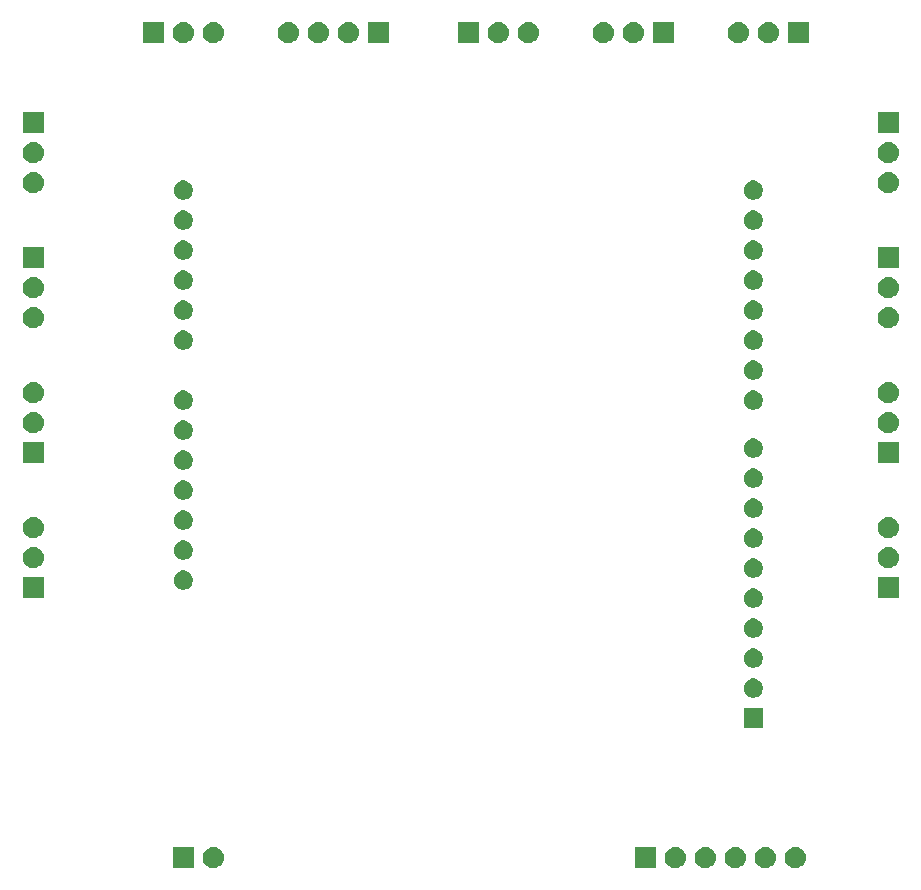
<source format=gbr>
G04 #@! TF.GenerationSoftware,KiCad,Pcbnew,(5.0.1)-4*
G04 #@! TF.CreationDate,2021-03-18T15:06:57+02:00*
G04 #@! TF.ProjectId,Motherboard,4D6F74686572626F6172642E6B696361,rev?*
G04 #@! TF.SameCoordinates,Original*
G04 #@! TF.FileFunction,Soldermask,Top*
G04 #@! TF.FilePolarity,Negative*
%FSLAX46Y46*%
G04 Gerber Fmt 4.6, Leading zero omitted, Abs format (unit mm)*
G04 Created by KiCad (PCBNEW (5.0.1)-4) date 2021.03.18. 15:06:57*
%MOMM*%
%LPD*%
G01*
G04 APERTURE LIST*
%ADD10C,0.100000*%
G04 APERTURE END LIST*
D10*
G36*
X152110442Y-138675518D02*
X152176627Y-138682037D01*
X152289853Y-138716384D01*
X152346467Y-138733557D01*
X152485087Y-138807652D01*
X152502991Y-138817222D01*
X152538729Y-138846552D01*
X152640186Y-138929814D01*
X152723448Y-139031271D01*
X152752778Y-139067009D01*
X152752779Y-139067011D01*
X152836443Y-139223533D01*
X152836443Y-139223534D01*
X152887963Y-139393373D01*
X152905359Y-139570000D01*
X152887963Y-139746627D01*
X152853616Y-139859853D01*
X152836443Y-139916467D01*
X152762348Y-140055087D01*
X152752778Y-140072991D01*
X152723448Y-140108729D01*
X152640186Y-140210186D01*
X152538729Y-140293448D01*
X152502991Y-140322778D01*
X152502989Y-140322779D01*
X152346467Y-140406443D01*
X152289853Y-140423616D01*
X152176627Y-140457963D01*
X152110442Y-140464482D01*
X152044260Y-140471000D01*
X151955740Y-140471000D01*
X151889558Y-140464482D01*
X151823373Y-140457963D01*
X151710147Y-140423616D01*
X151653533Y-140406443D01*
X151497011Y-140322779D01*
X151497009Y-140322778D01*
X151461271Y-140293448D01*
X151359814Y-140210186D01*
X151276552Y-140108729D01*
X151247222Y-140072991D01*
X151237652Y-140055087D01*
X151163557Y-139916467D01*
X151146384Y-139859853D01*
X151112037Y-139746627D01*
X151094641Y-139570000D01*
X151112037Y-139393373D01*
X151163557Y-139223534D01*
X151163557Y-139223533D01*
X151247221Y-139067011D01*
X151247222Y-139067009D01*
X151276552Y-139031271D01*
X151359814Y-138929814D01*
X151461271Y-138846552D01*
X151497009Y-138817222D01*
X151514913Y-138807652D01*
X151653533Y-138733557D01*
X151710147Y-138716384D01*
X151823373Y-138682037D01*
X151889558Y-138675518D01*
X151955740Y-138669000D01*
X152044260Y-138669000D01*
X152110442Y-138675518D01*
X152110442Y-138675518D01*
G37*
G36*
X157190442Y-138675518D02*
X157256627Y-138682037D01*
X157369853Y-138716384D01*
X157426467Y-138733557D01*
X157565087Y-138807652D01*
X157582991Y-138817222D01*
X157618729Y-138846552D01*
X157720186Y-138929814D01*
X157803448Y-139031271D01*
X157832778Y-139067009D01*
X157832779Y-139067011D01*
X157916443Y-139223533D01*
X157916443Y-139223534D01*
X157967963Y-139393373D01*
X157985359Y-139570000D01*
X157967963Y-139746627D01*
X157933616Y-139859853D01*
X157916443Y-139916467D01*
X157842348Y-140055087D01*
X157832778Y-140072991D01*
X157803448Y-140108729D01*
X157720186Y-140210186D01*
X157618729Y-140293448D01*
X157582991Y-140322778D01*
X157582989Y-140322779D01*
X157426467Y-140406443D01*
X157369853Y-140423616D01*
X157256627Y-140457963D01*
X157190442Y-140464482D01*
X157124260Y-140471000D01*
X157035740Y-140471000D01*
X156969558Y-140464482D01*
X156903373Y-140457963D01*
X156790147Y-140423616D01*
X156733533Y-140406443D01*
X156577011Y-140322779D01*
X156577009Y-140322778D01*
X156541271Y-140293448D01*
X156439814Y-140210186D01*
X156356552Y-140108729D01*
X156327222Y-140072991D01*
X156317652Y-140055087D01*
X156243557Y-139916467D01*
X156226384Y-139859853D01*
X156192037Y-139746627D01*
X156174641Y-139570000D01*
X156192037Y-139393373D01*
X156243557Y-139223534D01*
X156243557Y-139223533D01*
X156327221Y-139067011D01*
X156327222Y-139067009D01*
X156356552Y-139031271D01*
X156439814Y-138929814D01*
X156541271Y-138846552D01*
X156577009Y-138817222D01*
X156594913Y-138807652D01*
X156733533Y-138733557D01*
X156790147Y-138716384D01*
X156903373Y-138682037D01*
X156969558Y-138675518D01*
X157035740Y-138669000D01*
X157124260Y-138669000D01*
X157190442Y-138675518D01*
X157190442Y-138675518D01*
G37*
G36*
X159730442Y-138675518D02*
X159796627Y-138682037D01*
X159909853Y-138716384D01*
X159966467Y-138733557D01*
X160105087Y-138807652D01*
X160122991Y-138817222D01*
X160158729Y-138846552D01*
X160260186Y-138929814D01*
X160343448Y-139031271D01*
X160372778Y-139067009D01*
X160372779Y-139067011D01*
X160456443Y-139223533D01*
X160456443Y-139223534D01*
X160507963Y-139393373D01*
X160525359Y-139570000D01*
X160507963Y-139746627D01*
X160473616Y-139859853D01*
X160456443Y-139916467D01*
X160382348Y-140055087D01*
X160372778Y-140072991D01*
X160343448Y-140108729D01*
X160260186Y-140210186D01*
X160158729Y-140293448D01*
X160122991Y-140322778D01*
X160122989Y-140322779D01*
X159966467Y-140406443D01*
X159909853Y-140423616D01*
X159796627Y-140457963D01*
X159730442Y-140464482D01*
X159664260Y-140471000D01*
X159575740Y-140471000D01*
X159509558Y-140464482D01*
X159443373Y-140457963D01*
X159330147Y-140423616D01*
X159273533Y-140406443D01*
X159117011Y-140322779D01*
X159117009Y-140322778D01*
X159081271Y-140293448D01*
X158979814Y-140210186D01*
X158896552Y-140108729D01*
X158867222Y-140072991D01*
X158857652Y-140055087D01*
X158783557Y-139916467D01*
X158766384Y-139859853D01*
X158732037Y-139746627D01*
X158714641Y-139570000D01*
X158732037Y-139393373D01*
X158783557Y-139223534D01*
X158783557Y-139223533D01*
X158867221Y-139067011D01*
X158867222Y-139067009D01*
X158896552Y-139031271D01*
X158979814Y-138929814D01*
X159081271Y-138846552D01*
X159117009Y-138817222D01*
X159134913Y-138807652D01*
X159273533Y-138733557D01*
X159330147Y-138716384D01*
X159443373Y-138682037D01*
X159509558Y-138675518D01*
X159575740Y-138669000D01*
X159664260Y-138669000D01*
X159730442Y-138675518D01*
X159730442Y-138675518D01*
G37*
G36*
X154650442Y-138675518D02*
X154716627Y-138682037D01*
X154829853Y-138716384D01*
X154886467Y-138733557D01*
X155025087Y-138807652D01*
X155042991Y-138817222D01*
X155078729Y-138846552D01*
X155180186Y-138929814D01*
X155263448Y-139031271D01*
X155292778Y-139067009D01*
X155292779Y-139067011D01*
X155376443Y-139223533D01*
X155376443Y-139223534D01*
X155427963Y-139393373D01*
X155445359Y-139570000D01*
X155427963Y-139746627D01*
X155393616Y-139859853D01*
X155376443Y-139916467D01*
X155302348Y-140055087D01*
X155292778Y-140072991D01*
X155263448Y-140108729D01*
X155180186Y-140210186D01*
X155078729Y-140293448D01*
X155042991Y-140322778D01*
X155042989Y-140322779D01*
X154886467Y-140406443D01*
X154829853Y-140423616D01*
X154716627Y-140457963D01*
X154650442Y-140464482D01*
X154584260Y-140471000D01*
X154495740Y-140471000D01*
X154429558Y-140464482D01*
X154363373Y-140457963D01*
X154250147Y-140423616D01*
X154193533Y-140406443D01*
X154037011Y-140322779D01*
X154037009Y-140322778D01*
X154001271Y-140293448D01*
X153899814Y-140210186D01*
X153816552Y-140108729D01*
X153787222Y-140072991D01*
X153777652Y-140055087D01*
X153703557Y-139916467D01*
X153686384Y-139859853D01*
X153652037Y-139746627D01*
X153634641Y-139570000D01*
X153652037Y-139393373D01*
X153703557Y-139223534D01*
X153703557Y-139223533D01*
X153787221Y-139067011D01*
X153787222Y-139067009D01*
X153816552Y-139031271D01*
X153899814Y-138929814D01*
X154001271Y-138846552D01*
X154037009Y-138817222D01*
X154054913Y-138807652D01*
X154193533Y-138733557D01*
X154250147Y-138716384D01*
X154363373Y-138682037D01*
X154429558Y-138675518D01*
X154495740Y-138669000D01*
X154584260Y-138669000D01*
X154650442Y-138675518D01*
X154650442Y-138675518D01*
G37*
G36*
X108701000Y-140471000D02*
X106899000Y-140471000D01*
X106899000Y-138669000D01*
X108701000Y-138669000D01*
X108701000Y-140471000D01*
X108701000Y-140471000D01*
G37*
G36*
X147821000Y-140471000D02*
X146019000Y-140471000D01*
X146019000Y-138669000D01*
X147821000Y-138669000D01*
X147821000Y-140471000D01*
X147821000Y-140471000D01*
G37*
G36*
X110450442Y-138675518D02*
X110516627Y-138682037D01*
X110629853Y-138716384D01*
X110686467Y-138733557D01*
X110825087Y-138807652D01*
X110842991Y-138817222D01*
X110878729Y-138846552D01*
X110980186Y-138929814D01*
X111063448Y-139031271D01*
X111092778Y-139067009D01*
X111092779Y-139067011D01*
X111176443Y-139223533D01*
X111176443Y-139223534D01*
X111227963Y-139393373D01*
X111245359Y-139570000D01*
X111227963Y-139746627D01*
X111193616Y-139859853D01*
X111176443Y-139916467D01*
X111102348Y-140055087D01*
X111092778Y-140072991D01*
X111063448Y-140108729D01*
X110980186Y-140210186D01*
X110878729Y-140293448D01*
X110842991Y-140322778D01*
X110842989Y-140322779D01*
X110686467Y-140406443D01*
X110629853Y-140423616D01*
X110516627Y-140457963D01*
X110450442Y-140464482D01*
X110384260Y-140471000D01*
X110295740Y-140471000D01*
X110229558Y-140464482D01*
X110163373Y-140457963D01*
X110050147Y-140423616D01*
X109993533Y-140406443D01*
X109837011Y-140322779D01*
X109837009Y-140322778D01*
X109801271Y-140293448D01*
X109699814Y-140210186D01*
X109616552Y-140108729D01*
X109587222Y-140072991D01*
X109577652Y-140055087D01*
X109503557Y-139916467D01*
X109486384Y-139859853D01*
X109452037Y-139746627D01*
X109434641Y-139570000D01*
X109452037Y-139393373D01*
X109503557Y-139223534D01*
X109503557Y-139223533D01*
X109587221Y-139067011D01*
X109587222Y-139067009D01*
X109616552Y-139031271D01*
X109699814Y-138929814D01*
X109801271Y-138846552D01*
X109837009Y-138817222D01*
X109854913Y-138807652D01*
X109993533Y-138733557D01*
X110050147Y-138716384D01*
X110163373Y-138682037D01*
X110229558Y-138675518D01*
X110295740Y-138669000D01*
X110384260Y-138669000D01*
X110450442Y-138675518D01*
X110450442Y-138675518D01*
G37*
G36*
X149570442Y-138675518D02*
X149636627Y-138682037D01*
X149749853Y-138716384D01*
X149806467Y-138733557D01*
X149945087Y-138807652D01*
X149962991Y-138817222D01*
X149998729Y-138846552D01*
X150100186Y-138929814D01*
X150183448Y-139031271D01*
X150212778Y-139067009D01*
X150212779Y-139067011D01*
X150296443Y-139223533D01*
X150296443Y-139223534D01*
X150347963Y-139393373D01*
X150365359Y-139570000D01*
X150347963Y-139746627D01*
X150313616Y-139859853D01*
X150296443Y-139916467D01*
X150222348Y-140055087D01*
X150212778Y-140072991D01*
X150183448Y-140108729D01*
X150100186Y-140210186D01*
X149998729Y-140293448D01*
X149962991Y-140322778D01*
X149962989Y-140322779D01*
X149806467Y-140406443D01*
X149749853Y-140423616D01*
X149636627Y-140457963D01*
X149570442Y-140464482D01*
X149504260Y-140471000D01*
X149415740Y-140471000D01*
X149349558Y-140464482D01*
X149283373Y-140457963D01*
X149170147Y-140423616D01*
X149113533Y-140406443D01*
X148957011Y-140322779D01*
X148957009Y-140322778D01*
X148921271Y-140293448D01*
X148819814Y-140210186D01*
X148736552Y-140108729D01*
X148707222Y-140072991D01*
X148697652Y-140055087D01*
X148623557Y-139916467D01*
X148606384Y-139859853D01*
X148572037Y-139746627D01*
X148554641Y-139570000D01*
X148572037Y-139393373D01*
X148623557Y-139223534D01*
X148623557Y-139223533D01*
X148707221Y-139067011D01*
X148707222Y-139067009D01*
X148736552Y-139031271D01*
X148819814Y-138929814D01*
X148921271Y-138846552D01*
X148957009Y-138817222D01*
X148974913Y-138807652D01*
X149113533Y-138733557D01*
X149170147Y-138716384D01*
X149283373Y-138682037D01*
X149349558Y-138675518D01*
X149415740Y-138669000D01*
X149504260Y-138669000D01*
X149570442Y-138675518D01*
X149570442Y-138675518D01*
G37*
G36*
X156873000Y-128572000D02*
X155247000Y-128572000D01*
X155247000Y-126946000D01*
X156873000Y-126946000D01*
X156873000Y-128572000D01*
X156873000Y-128572000D01*
G37*
G36*
X156297142Y-124437242D02*
X156445102Y-124498530D01*
X156578258Y-124587502D01*
X156691498Y-124700742D01*
X156780470Y-124833898D01*
X156841758Y-124981858D01*
X156873000Y-125138925D01*
X156873000Y-125299075D01*
X156841758Y-125456142D01*
X156780470Y-125604102D01*
X156691498Y-125737258D01*
X156578258Y-125850498D01*
X156445102Y-125939470D01*
X156297142Y-126000758D01*
X156140075Y-126032000D01*
X155979925Y-126032000D01*
X155822858Y-126000758D01*
X155674898Y-125939470D01*
X155541742Y-125850498D01*
X155428502Y-125737258D01*
X155339530Y-125604102D01*
X155278242Y-125456142D01*
X155247000Y-125299075D01*
X155247000Y-125138925D01*
X155278242Y-124981858D01*
X155339530Y-124833898D01*
X155428502Y-124700742D01*
X155541742Y-124587502D01*
X155674898Y-124498530D01*
X155822858Y-124437242D01*
X155979925Y-124406000D01*
X156140075Y-124406000D01*
X156297142Y-124437242D01*
X156297142Y-124437242D01*
G37*
G36*
X156297142Y-121897242D02*
X156445102Y-121958530D01*
X156578258Y-122047502D01*
X156691498Y-122160742D01*
X156780470Y-122293898D01*
X156841758Y-122441858D01*
X156873000Y-122598925D01*
X156873000Y-122759075D01*
X156841758Y-122916142D01*
X156780470Y-123064102D01*
X156691498Y-123197258D01*
X156578258Y-123310498D01*
X156445102Y-123399470D01*
X156297142Y-123460758D01*
X156140075Y-123492000D01*
X155979925Y-123492000D01*
X155822858Y-123460758D01*
X155674898Y-123399470D01*
X155541742Y-123310498D01*
X155428502Y-123197258D01*
X155339530Y-123064102D01*
X155278242Y-122916142D01*
X155247000Y-122759075D01*
X155247000Y-122598925D01*
X155278242Y-122441858D01*
X155339530Y-122293898D01*
X155428502Y-122160742D01*
X155541742Y-122047502D01*
X155674898Y-121958530D01*
X155822858Y-121897242D01*
X155979925Y-121866000D01*
X156140075Y-121866000D01*
X156297142Y-121897242D01*
X156297142Y-121897242D01*
G37*
G36*
X156297142Y-119357242D02*
X156445102Y-119418530D01*
X156578258Y-119507502D01*
X156691498Y-119620742D01*
X156780470Y-119753898D01*
X156841758Y-119901858D01*
X156873000Y-120058925D01*
X156873000Y-120219075D01*
X156841758Y-120376142D01*
X156780470Y-120524102D01*
X156691498Y-120657258D01*
X156578258Y-120770498D01*
X156445102Y-120859470D01*
X156297142Y-120920758D01*
X156140075Y-120952000D01*
X155979925Y-120952000D01*
X155822858Y-120920758D01*
X155674898Y-120859470D01*
X155541742Y-120770498D01*
X155428502Y-120657258D01*
X155339530Y-120524102D01*
X155278242Y-120376142D01*
X155247000Y-120219075D01*
X155247000Y-120058925D01*
X155278242Y-119901858D01*
X155339530Y-119753898D01*
X155428502Y-119620742D01*
X155541742Y-119507502D01*
X155674898Y-119418530D01*
X155822858Y-119357242D01*
X155979925Y-119326000D01*
X156140075Y-119326000D01*
X156297142Y-119357242D01*
X156297142Y-119357242D01*
G37*
G36*
X156297142Y-116817242D02*
X156445102Y-116878530D01*
X156578258Y-116967502D01*
X156691498Y-117080742D01*
X156780470Y-117213898D01*
X156841758Y-117361858D01*
X156873000Y-117518925D01*
X156873000Y-117679075D01*
X156841758Y-117836142D01*
X156780470Y-117984102D01*
X156691498Y-118117258D01*
X156578258Y-118230498D01*
X156445102Y-118319470D01*
X156297142Y-118380758D01*
X156140075Y-118412000D01*
X155979925Y-118412000D01*
X155822858Y-118380758D01*
X155674898Y-118319470D01*
X155541742Y-118230498D01*
X155428502Y-118117258D01*
X155339530Y-117984102D01*
X155278242Y-117836142D01*
X155247000Y-117679075D01*
X155247000Y-117518925D01*
X155278242Y-117361858D01*
X155339530Y-117213898D01*
X155428502Y-117080742D01*
X155541742Y-116967502D01*
X155674898Y-116878530D01*
X155822858Y-116817242D01*
X155979925Y-116786000D01*
X156140075Y-116786000D01*
X156297142Y-116817242D01*
X156297142Y-116817242D01*
G37*
G36*
X168391000Y-117611000D02*
X166589000Y-117611000D01*
X166589000Y-115809000D01*
X168391000Y-115809000D01*
X168391000Y-117611000D01*
X168391000Y-117611000D01*
G37*
G36*
X96001000Y-117611000D02*
X94199000Y-117611000D01*
X94199000Y-115809000D01*
X96001000Y-115809000D01*
X96001000Y-117611000D01*
X96001000Y-117611000D01*
G37*
G36*
X108037142Y-115293242D02*
X108185102Y-115354530D01*
X108252130Y-115399317D01*
X108318257Y-115443501D01*
X108431499Y-115556743D01*
X108475683Y-115622870D01*
X108520470Y-115689898D01*
X108581758Y-115837858D01*
X108613000Y-115994925D01*
X108613000Y-116155075D01*
X108581758Y-116312142D01*
X108520470Y-116460102D01*
X108431498Y-116593258D01*
X108318258Y-116706498D01*
X108185102Y-116795470D01*
X108037142Y-116856758D01*
X107880075Y-116888000D01*
X107719925Y-116888000D01*
X107562858Y-116856758D01*
X107414898Y-116795470D01*
X107281742Y-116706498D01*
X107168502Y-116593258D01*
X107079530Y-116460102D01*
X107018242Y-116312142D01*
X106987000Y-116155075D01*
X106987000Y-115994925D01*
X107018242Y-115837858D01*
X107079530Y-115689898D01*
X107124317Y-115622870D01*
X107168501Y-115556743D01*
X107281743Y-115443501D01*
X107347870Y-115399317D01*
X107414898Y-115354530D01*
X107562858Y-115293242D01*
X107719925Y-115262000D01*
X107880075Y-115262000D01*
X108037142Y-115293242D01*
X108037142Y-115293242D01*
G37*
G36*
X156297142Y-114277242D02*
X156445102Y-114338530D01*
X156578258Y-114427502D01*
X156691498Y-114540742D01*
X156780470Y-114673898D01*
X156841758Y-114821858D01*
X156873000Y-114978925D01*
X156873000Y-115139075D01*
X156841758Y-115296142D01*
X156794354Y-115410583D01*
X156780471Y-115444100D01*
X156705207Y-115556742D01*
X156691498Y-115577258D01*
X156578258Y-115690498D01*
X156445102Y-115779470D01*
X156297142Y-115840758D01*
X156140075Y-115872000D01*
X155979925Y-115872000D01*
X155822858Y-115840758D01*
X155674898Y-115779470D01*
X155541742Y-115690498D01*
X155428502Y-115577258D01*
X155414794Y-115556742D01*
X155339529Y-115444100D01*
X155325646Y-115410583D01*
X155278242Y-115296142D01*
X155247000Y-115139075D01*
X155247000Y-114978925D01*
X155278242Y-114821858D01*
X155339530Y-114673898D01*
X155428502Y-114540742D01*
X155541742Y-114427502D01*
X155674898Y-114338530D01*
X155822858Y-114277242D01*
X155979925Y-114246000D01*
X156140075Y-114246000D01*
X156297142Y-114277242D01*
X156297142Y-114277242D01*
G37*
G36*
X95210443Y-113275519D02*
X95276627Y-113282037D01*
X95389853Y-113316384D01*
X95446467Y-113333557D01*
X95585087Y-113407652D01*
X95602991Y-113417222D01*
X95638729Y-113446552D01*
X95740186Y-113529814D01*
X95810156Y-113615074D01*
X95852778Y-113667009D01*
X95852779Y-113667011D01*
X95936443Y-113823533D01*
X95936443Y-113823534D01*
X95987963Y-113993373D01*
X96005359Y-114170000D01*
X95987963Y-114346627D01*
X95963430Y-114427501D01*
X95936443Y-114516467D01*
X95923467Y-114540743D01*
X95852778Y-114672991D01*
X95823448Y-114708729D01*
X95740186Y-114810186D01*
X95638729Y-114893448D01*
X95602991Y-114922778D01*
X95602989Y-114922779D01*
X95446467Y-115006443D01*
X95389853Y-115023616D01*
X95276627Y-115057963D01*
X95210443Y-115064481D01*
X95144260Y-115071000D01*
X95055740Y-115071000D01*
X94989557Y-115064481D01*
X94923373Y-115057963D01*
X94810147Y-115023616D01*
X94753533Y-115006443D01*
X94597011Y-114922779D01*
X94597009Y-114922778D01*
X94561271Y-114893448D01*
X94459814Y-114810186D01*
X94376552Y-114708729D01*
X94347222Y-114672991D01*
X94276533Y-114540743D01*
X94263557Y-114516467D01*
X94236570Y-114427501D01*
X94212037Y-114346627D01*
X94194641Y-114170000D01*
X94212037Y-113993373D01*
X94263557Y-113823534D01*
X94263557Y-113823533D01*
X94347221Y-113667011D01*
X94347222Y-113667009D01*
X94389844Y-113615074D01*
X94459814Y-113529814D01*
X94561271Y-113446552D01*
X94597009Y-113417222D01*
X94614913Y-113407652D01*
X94753533Y-113333557D01*
X94810147Y-113316384D01*
X94923373Y-113282037D01*
X94989557Y-113275519D01*
X95055740Y-113269000D01*
X95144260Y-113269000D01*
X95210443Y-113275519D01*
X95210443Y-113275519D01*
G37*
G36*
X167600443Y-113275519D02*
X167666627Y-113282037D01*
X167779853Y-113316384D01*
X167836467Y-113333557D01*
X167975087Y-113407652D01*
X167992991Y-113417222D01*
X168028729Y-113446552D01*
X168130186Y-113529814D01*
X168200156Y-113615074D01*
X168242778Y-113667009D01*
X168242779Y-113667011D01*
X168326443Y-113823533D01*
X168326443Y-113823534D01*
X168377963Y-113993373D01*
X168395359Y-114170000D01*
X168377963Y-114346627D01*
X168353430Y-114427501D01*
X168326443Y-114516467D01*
X168313467Y-114540743D01*
X168242778Y-114672991D01*
X168213448Y-114708729D01*
X168130186Y-114810186D01*
X168028729Y-114893448D01*
X167992991Y-114922778D01*
X167992989Y-114922779D01*
X167836467Y-115006443D01*
X167779853Y-115023616D01*
X167666627Y-115057963D01*
X167600443Y-115064481D01*
X167534260Y-115071000D01*
X167445740Y-115071000D01*
X167379557Y-115064481D01*
X167313373Y-115057963D01*
X167200147Y-115023616D01*
X167143533Y-115006443D01*
X166987011Y-114922779D01*
X166987009Y-114922778D01*
X166951271Y-114893448D01*
X166849814Y-114810186D01*
X166766552Y-114708729D01*
X166737222Y-114672991D01*
X166666533Y-114540743D01*
X166653557Y-114516467D01*
X166626570Y-114427501D01*
X166602037Y-114346627D01*
X166584641Y-114170000D01*
X166602037Y-113993373D01*
X166653557Y-113823534D01*
X166653557Y-113823533D01*
X166737221Y-113667011D01*
X166737222Y-113667009D01*
X166779844Y-113615074D01*
X166849814Y-113529814D01*
X166951271Y-113446552D01*
X166987009Y-113417222D01*
X167004913Y-113407652D01*
X167143533Y-113333557D01*
X167200147Y-113316384D01*
X167313373Y-113282037D01*
X167379557Y-113275519D01*
X167445740Y-113269000D01*
X167534260Y-113269000D01*
X167600443Y-113275519D01*
X167600443Y-113275519D01*
G37*
G36*
X108037142Y-112753242D02*
X108185102Y-112814530D01*
X108252130Y-112859317D01*
X108318257Y-112903501D01*
X108431499Y-113016743D01*
X108475683Y-113082870D01*
X108520470Y-113149898D01*
X108581758Y-113297858D01*
X108613000Y-113454925D01*
X108613000Y-113615075D01*
X108581758Y-113772142D01*
X108520470Y-113920102D01*
X108431498Y-114053258D01*
X108318258Y-114166498D01*
X108185102Y-114255470D01*
X108037142Y-114316758D01*
X107880075Y-114348000D01*
X107719925Y-114348000D01*
X107562858Y-114316758D01*
X107414898Y-114255470D01*
X107281742Y-114166498D01*
X107168502Y-114053258D01*
X107079530Y-113920102D01*
X107018242Y-113772142D01*
X106987000Y-113615075D01*
X106987000Y-113454925D01*
X107018242Y-113297858D01*
X107079530Y-113149898D01*
X107124317Y-113082870D01*
X107168501Y-113016743D01*
X107281743Y-112903501D01*
X107347870Y-112859317D01*
X107414898Y-112814530D01*
X107562858Y-112753242D01*
X107719925Y-112722000D01*
X107880075Y-112722000D01*
X108037142Y-112753242D01*
X108037142Y-112753242D01*
G37*
G36*
X156297142Y-111737242D02*
X156445102Y-111798530D01*
X156578258Y-111887502D01*
X156691498Y-112000742D01*
X156780470Y-112133898D01*
X156841758Y-112281858D01*
X156873000Y-112438925D01*
X156873000Y-112599075D01*
X156841758Y-112756142D01*
X156794354Y-112870583D01*
X156780471Y-112904100D01*
X156705207Y-113016742D01*
X156691498Y-113037258D01*
X156578258Y-113150498D01*
X156445102Y-113239470D01*
X156297142Y-113300758D01*
X156140075Y-113332000D01*
X155979925Y-113332000D01*
X155822858Y-113300758D01*
X155674898Y-113239470D01*
X155541742Y-113150498D01*
X155428502Y-113037258D01*
X155414794Y-113016742D01*
X155339529Y-112904100D01*
X155325646Y-112870583D01*
X155278242Y-112756142D01*
X155247000Y-112599075D01*
X155247000Y-112438925D01*
X155278242Y-112281858D01*
X155339530Y-112133898D01*
X155428502Y-112000742D01*
X155541742Y-111887502D01*
X155674898Y-111798530D01*
X155822858Y-111737242D01*
X155979925Y-111706000D01*
X156140075Y-111706000D01*
X156297142Y-111737242D01*
X156297142Y-111737242D01*
G37*
G36*
X95210443Y-110735519D02*
X95276627Y-110742037D01*
X95389853Y-110776384D01*
X95446467Y-110793557D01*
X95585087Y-110867652D01*
X95602991Y-110877222D01*
X95638729Y-110906552D01*
X95740186Y-110989814D01*
X95810156Y-111075074D01*
X95852778Y-111127009D01*
X95852779Y-111127011D01*
X95936443Y-111283533D01*
X95936443Y-111283534D01*
X95987963Y-111453373D01*
X96005359Y-111630000D01*
X95987963Y-111806627D01*
X95963430Y-111887501D01*
X95936443Y-111976467D01*
X95923467Y-112000743D01*
X95852778Y-112132991D01*
X95823448Y-112168729D01*
X95740186Y-112270186D01*
X95638729Y-112353448D01*
X95602991Y-112382778D01*
X95602989Y-112382779D01*
X95446467Y-112466443D01*
X95389853Y-112483616D01*
X95276627Y-112517963D01*
X95210443Y-112524481D01*
X95144260Y-112531000D01*
X95055740Y-112531000D01*
X94989557Y-112524481D01*
X94923373Y-112517963D01*
X94810147Y-112483616D01*
X94753533Y-112466443D01*
X94597011Y-112382779D01*
X94597009Y-112382778D01*
X94561271Y-112353448D01*
X94459814Y-112270186D01*
X94376552Y-112168729D01*
X94347222Y-112132991D01*
X94276533Y-112000743D01*
X94263557Y-111976467D01*
X94236570Y-111887501D01*
X94212037Y-111806627D01*
X94194641Y-111630000D01*
X94212037Y-111453373D01*
X94263557Y-111283534D01*
X94263557Y-111283533D01*
X94347221Y-111127011D01*
X94347222Y-111127009D01*
X94389844Y-111075074D01*
X94459814Y-110989814D01*
X94561271Y-110906552D01*
X94597009Y-110877222D01*
X94614913Y-110867652D01*
X94753533Y-110793557D01*
X94810147Y-110776384D01*
X94923373Y-110742037D01*
X94989557Y-110735519D01*
X95055740Y-110729000D01*
X95144260Y-110729000D01*
X95210443Y-110735519D01*
X95210443Y-110735519D01*
G37*
G36*
X167600443Y-110735519D02*
X167666627Y-110742037D01*
X167779853Y-110776384D01*
X167836467Y-110793557D01*
X167975087Y-110867652D01*
X167992991Y-110877222D01*
X168028729Y-110906552D01*
X168130186Y-110989814D01*
X168200156Y-111075074D01*
X168242778Y-111127009D01*
X168242779Y-111127011D01*
X168326443Y-111283533D01*
X168326443Y-111283534D01*
X168377963Y-111453373D01*
X168395359Y-111630000D01*
X168377963Y-111806627D01*
X168353430Y-111887501D01*
X168326443Y-111976467D01*
X168313467Y-112000743D01*
X168242778Y-112132991D01*
X168213448Y-112168729D01*
X168130186Y-112270186D01*
X168028729Y-112353448D01*
X167992991Y-112382778D01*
X167992989Y-112382779D01*
X167836467Y-112466443D01*
X167779853Y-112483616D01*
X167666627Y-112517963D01*
X167600443Y-112524481D01*
X167534260Y-112531000D01*
X167445740Y-112531000D01*
X167379557Y-112524481D01*
X167313373Y-112517963D01*
X167200147Y-112483616D01*
X167143533Y-112466443D01*
X166987011Y-112382779D01*
X166987009Y-112382778D01*
X166951271Y-112353448D01*
X166849814Y-112270186D01*
X166766552Y-112168729D01*
X166737222Y-112132991D01*
X166666533Y-112000743D01*
X166653557Y-111976467D01*
X166626570Y-111887501D01*
X166602037Y-111806627D01*
X166584641Y-111630000D01*
X166602037Y-111453373D01*
X166653557Y-111283534D01*
X166653557Y-111283533D01*
X166737221Y-111127011D01*
X166737222Y-111127009D01*
X166779844Y-111075074D01*
X166849814Y-110989814D01*
X166951271Y-110906552D01*
X166987009Y-110877222D01*
X167004913Y-110867652D01*
X167143533Y-110793557D01*
X167200147Y-110776384D01*
X167313373Y-110742037D01*
X167379557Y-110735519D01*
X167445740Y-110729000D01*
X167534260Y-110729000D01*
X167600443Y-110735519D01*
X167600443Y-110735519D01*
G37*
G36*
X108037142Y-110213242D02*
X108185102Y-110274530D01*
X108252130Y-110319317D01*
X108318257Y-110363501D01*
X108431499Y-110476743D01*
X108475683Y-110542870D01*
X108520470Y-110609898D01*
X108581758Y-110757858D01*
X108613000Y-110914925D01*
X108613000Y-111075075D01*
X108581758Y-111232142D01*
X108520470Y-111380102D01*
X108431498Y-111513258D01*
X108318258Y-111626498D01*
X108185102Y-111715470D01*
X108037142Y-111776758D01*
X107880075Y-111808000D01*
X107719925Y-111808000D01*
X107562858Y-111776758D01*
X107414898Y-111715470D01*
X107281742Y-111626498D01*
X107168502Y-111513258D01*
X107079530Y-111380102D01*
X107018242Y-111232142D01*
X106987000Y-111075075D01*
X106987000Y-110914925D01*
X107018242Y-110757858D01*
X107079530Y-110609898D01*
X107124317Y-110542870D01*
X107168501Y-110476743D01*
X107281743Y-110363501D01*
X107347870Y-110319317D01*
X107414898Y-110274530D01*
X107562858Y-110213242D01*
X107719925Y-110182000D01*
X107880075Y-110182000D01*
X108037142Y-110213242D01*
X108037142Y-110213242D01*
G37*
G36*
X156297142Y-109197242D02*
X156445102Y-109258530D01*
X156578258Y-109347502D01*
X156691498Y-109460742D01*
X156780470Y-109593898D01*
X156841758Y-109741858D01*
X156873000Y-109898925D01*
X156873000Y-110059075D01*
X156841758Y-110216142D01*
X156794354Y-110330583D01*
X156780471Y-110364100D01*
X156705207Y-110476742D01*
X156691498Y-110497258D01*
X156578258Y-110610498D01*
X156445102Y-110699470D01*
X156297142Y-110760758D01*
X156140075Y-110792000D01*
X155979925Y-110792000D01*
X155822858Y-110760758D01*
X155674898Y-110699470D01*
X155541742Y-110610498D01*
X155428502Y-110497258D01*
X155414794Y-110476742D01*
X155339529Y-110364100D01*
X155325646Y-110330583D01*
X155278242Y-110216142D01*
X155247000Y-110059075D01*
X155247000Y-109898925D01*
X155278242Y-109741858D01*
X155339530Y-109593898D01*
X155428502Y-109460742D01*
X155541742Y-109347502D01*
X155674898Y-109258530D01*
X155822858Y-109197242D01*
X155979925Y-109166000D01*
X156140075Y-109166000D01*
X156297142Y-109197242D01*
X156297142Y-109197242D01*
G37*
G36*
X108037142Y-107673242D02*
X108185102Y-107734530D01*
X108252130Y-107779317D01*
X108318257Y-107823501D01*
X108431499Y-107936743D01*
X108475683Y-108002870D01*
X108520470Y-108069898D01*
X108581758Y-108217858D01*
X108613000Y-108374925D01*
X108613000Y-108535075D01*
X108581758Y-108692142D01*
X108520470Y-108840102D01*
X108431498Y-108973258D01*
X108318258Y-109086498D01*
X108185102Y-109175470D01*
X108037142Y-109236758D01*
X107880075Y-109268000D01*
X107719925Y-109268000D01*
X107562858Y-109236758D01*
X107414898Y-109175470D01*
X107281742Y-109086498D01*
X107168502Y-108973258D01*
X107079530Y-108840102D01*
X107018242Y-108692142D01*
X106987000Y-108535075D01*
X106987000Y-108374925D01*
X107018242Y-108217858D01*
X107079530Y-108069898D01*
X107124317Y-108002870D01*
X107168501Y-107936743D01*
X107281743Y-107823501D01*
X107347870Y-107779317D01*
X107414898Y-107734530D01*
X107562858Y-107673242D01*
X107719925Y-107642000D01*
X107880075Y-107642000D01*
X108037142Y-107673242D01*
X108037142Y-107673242D01*
G37*
G36*
X156297142Y-106657242D02*
X156445102Y-106718530D01*
X156578258Y-106807502D01*
X156691498Y-106920742D01*
X156780470Y-107053898D01*
X156841758Y-107201858D01*
X156873000Y-107358925D01*
X156873000Y-107519075D01*
X156841758Y-107676142D01*
X156794354Y-107790583D01*
X156780471Y-107824100D01*
X156705207Y-107936742D01*
X156691498Y-107957258D01*
X156578258Y-108070498D01*
X156445102Y-108159470D01*
X156297142Y-108220758D01*
X156140075Y-108252000D01*
X155979925Y-108252000D01*
X155822858Y-108220758D01*
X155674898Y-108159470D01*
X155541742Y-108070498D01*
X155428502Y-107957258D01*
X155414794Y-107936742D01*
X155339529Y-107824100D01*
X155325646Y-107790583D01*
X155278242Y-107676142D01*
X155247000Y-107519075D01*
X155247000Y-107358925D01*
X155278242Y-107201858D01*
X155339530Y-107053898D01*
X155428502Y-106920742D01*
X155541742Y-106807502D01*
X155674898Y-106718530D01*
X155822858Y-106657242D01*
X155979925Y-106626000D01*
X156140075Y-106626000D01*
X156297142Y-106657242D01*
X156297142Y-106657242D01*
G37*
G36*
X108037142Y-105133242D02*
X108185102Y-105194530D01*
X108252130Y-105239317D01*
X108318257Y-105283501D01*
X108431499Y-105396743D01*
X108475683Y-105462870D01*
X108520470Y-105529898D01*
X108581758Y-105677858D01*
X108613000Y-105834925D01*
X108613000Y-105995075D01*
X108581758Y-106152142D01*
X108520470Y-106300102D01*
X108431498Y-106433258D01*
X108318258Y-106546498D01*
X108185102Y-106635470D01*
X108037142Y-106696758D01*
X107880075Y-106728000D01*
X107719925Y-106728000D01*
X107562858Y-106696758D01*
X107414898Y-106635470D01*
X107281742Y-106546498D01*
X107168502Y-106433258D01*
X107079530Y-106300102D01*
X107018242Y-106152142D01*
X106987000Y-105995075D01*
X106987000Y-105834925D01*
X107018242Y-105677858D01*
X107079530Y-105529898D01*
X107124317Y-105462870D01*
X107168501Y-105396743D01*
X107281743Y-105283501D01*
X107347870Y-105239317D01*
X107414898Y-105194530D01*
X107562858Y-105133242D01*
X107719925Y-105102000D01*
X107880075Y-105102000D01*
X108037142Y-105133242D01*
X108037142Y-105133242D01*
G37*
G36*
X168391000Y-106181000D02*
X166589000Y-106181000D01*
X166589000Y-104379000D01*
X168391000Y-104379000D01*
X168391000Y-106181000D01*
X168391000Y-106181000D01*
G37*
G36*
X96001000Y-106181000D02*
X94199000Y-106181000D01*
X94199000Y-104379000D01*
X96001000Y-104379000D01*
X96001000Y-106181000D01*
X96001000Y-106181000D01*
G37*
G36*
X156297142Y-104117242D02*
X156445102Y-104178530D01*
X156578258Y-104267502D01*
X156691498Y-104380742D01*
X156780470Y-104513898D01*
X156841758Y-104661858D01*
X156873000Y-104818925D01*
X156873000Y-104979075D01*
X156841758Y-105136142D01*
X156794354Y-105250583D01*
X156780471Y-105284100D01*
X156705207Y-105396742D01*
X156691498Y-105417258D01*
X156578258Y-105530498D01*
X156445102Y-105619470D01*
X156297142Y-105680758D01*
X156140075Y-105712000D01*
X155979925Y-105712000D01*
X155822858Y-105680758D01*
X155674898Y-105619470D01*
X155541742Y-105530498D01*
X155428502Y-105417258D01*
X155414794Y-105396742D01*
X155339529Y-105284100D01*
X155325646Y-105250583D01*
X155278242Y-105136142D01*
X155247000Y-104979075D01*
X155247000Y-104818925D01*
X155278242Y-104661858D01*
X155339530Y-104513898D01*
X155428502Y-104380742D01*
X155541742Y-104267502D01*
X155674898Y-104178530D01*
X155822858Y-104117242D01*
X155979925Y-104086000D01*
X156140075Y-104086000D01*
X156297142Y-104117242D01*
X156297142Y-104117242D01*
G37*
G36*
X108037142Y-102593242D02*
X108185102Y-102654530D01*
X108318258Y-102743502D01*
X108431498Y-102856742D01*
X108520470Y-102989898D01*
X108581758Y-103137858D01*
X108613000Y-103294925D01*
X108613000Y-103455075D01*
X108581758Y-103612142D01*
X108520470Y-103760102D01*
X108431498Y-103893258D01*
X108318258Y-104006498D01*
X108185102Y-104095470D01*
X108037142Y-104156758D01*
X107880075Y-104188000D01*
X107719925Y-104188000D01*
X107562858Y-104156758D01*
X107414898Y-104095470D01*
X107281742Y-104006498D01*
X107168502Y-103893258D01*
X107079530Y-103760102D01*
X107018242Y-103612142D01*
X106987000Y-103455075D01*
X106987000Y-103294925D01*
X107018242Y-103137858D01*
X107079530Y-102989898D01*
X107168502Y-102856742D01*
X107281742Y-102743502D01*
X107414898Y-102654530D01*
X107562858Y-102593242D01*
X107719925Y-102562000D01*
X107880075Y-102562000D01*
X108037142Y-102593242D01*
X108037142Y-102593242D01*
G37*
G36*
X95210443Y-101845519D02*
X95276627Y-101852037D01*
X95389853Y-101886384D01*
X95446467Y-101903557D01*
X95585087Y-101977652D01*
X95602991Y-101987222D01*
X95638729Y-102016552D01*
X95740186Y-102099814D01*
X95823448Y-102201271D01*
X95852778Y-102237009D01*
X95852779Y-102237011D01*
X95936443Y-102393533D01*
X95936443Y-102393534D01*
X95987963Y-102563373D01*
X96005359Y-102740000D01*
X95987963Y-102916627D01*
X95965736Y-102989900D01*
X95936443Y-103086467D01*
X95862348Y-103225087D01*
X95852778Y-103242991D01*
X95823448Y-103278729D01*
X95740186Y-103380186D01*
X95648933Y-103455074D01*
X95602991Y-103492778D01*
X95602989Y-103492779D01*
X95446467Y-103576443D01*
X95389853Y-103593616D01*
X95276627Y-103627963D01*
X95210443Y-103634481D01*
X95144260Y-103641000D01*
X95055740Y-103641000D01*
X94989558Y-103634482D01*
X94923373Y-103627963D01*
X94810147Y-103593616D01*
X94753533Y-103576443D01*
X94597011Y-103492779D01*
X94597009Y-103492778D01*
X94551067Y-103455074D01*
X94459814Y-103380186D01*
X94376552Y-103278729D01*
X94347222Y-103242991D01*
X94337652Y-103225087D01*
X94263557Y-103086467D01*
X94234264Y-102989900D01*
X94212037Y-102916627D01*
X94194641Y-102740000D01*
X94212037Y-102563373D01*
X94263557Y-102393534D01*
X94263557Y-102393533D01*
X94347221Y-102237011D01*
X94347222Y-102237009D01*
X94376552Y-102201271D01*
X94459814Y-102099814D01*
X94561271Y-102016552D01*
X94597009Y-101987222D01*
X94614913Y-101977652D01*
X94753533Y-101903557D01*
X94810147Y-101886384D01*
X94923373Y-101852037D01*
X94989557Y-101845519D01*
X95055740Y-101839000D01*
X95144260Y-101839000D01*
X95210443Y-101845519D01*
X95210443Y-101845519D01*
G37*
G36*
X167600443Y-101845519D02*
X167666627Y-101852037D01*
X167779853Y-101886384D01*
X167836467Y-101903557D01*
X167975087Y-101977652D01*
X167992991Y-101987222D01*
X168028729Y-102016552D01*
X168130186Y-102099814D01*
X168213448Y-102201271D01*
X168242778Y-102237009D01*
X168242779Y-102237011D01*
X168326443Y-102393533D01*
X168326443Y-102393534D01*
X168377963Y-102563373D01*
X168395359Y-102740000D01*
X168377963Y-102916627D01*
X168355736Y-102989900D01*
X168326443Y-103086467D01*
X168252348Y-103225087D01*
X168242778Y-103242991D01*
X168213448Y-103278729D01*
X168130186Y-103380186D01*
X168038933Y-103455074D01*
X167992991Y-103492778D01*
X167992989Y-103492779D01*
X167836467Y-103576443D01*
X167779853Y-103593616D01*
X167666627Y-103627963D01*
X167600443Y-103634481D01*
X167534260Y-103641000D01*
X167445740Y-103641000D01*
X167379558Y-103634482D01*
X167313373Y-103627963D01*
X167200147Y-103593616D01*
X167143533Y-103576443D01*
X166987011Y-103492779D01*
X166987009Y-103492778D01*
X166941067Y-103455074D01*
X166849814Y-103380186D01*
X166766552Y-103278729D01*
X166737222Y-103242991D01*
X166727652Y-103225087D01*
X166653557Y-103086467D01*
X166624264Y-102989900D01*
X166602037Y-102916627D01*
X166584641Y-102740000D01*
X166602037Y-102563373D01*
X166653557Y-102393534D01*
X166653557Y-102393533D01*
X166737221Y-102237011D01*
X166737222Y-102237009D01*
X166766552Y-102201271D01*
X166849814Y-102099814D01*
X166951271Y-102016552D01*
X166987009Y-101987222D01*
X167004913Y-101977652D01*
X167143533Y-101903557D01*
X167200147Y-101886384D01*
X167313373Y-101852037D01*
X167379557Y-101845519D01*
X167445740Y-101839000D01*
X167534260Y-101839000D01*
X167600443Y-101845519D01*
X167600443Y-101845519D01*
G37*
G36*
X156297142Y-100053242D02*
X156445102Y-100114530D01*
X156578258Y-100203502D01*
X156691498Y-100316742D01*
X156780470Y-100449898D01*
X156841758Y-100597858D01*
X156873000Y-100754925D01*
X156873000Y-100915075D01*
X156841758Y-101072142D01*
X156780470Y-101220102D01*
X156691498Y-101353258D01*
X156578258Y-101466498D01*
X156445102Y-101555470D01*
X156297142Y-101616758D01*
X156140075Y-101648000D01*
X155979925Y-101648000D01*
X155822858Y-101616758D01*
X155674898Y-101555470D01*
X155541742Y-101466498D01*
X155428502Y-101353258D01*
X155339530Y-101220102D01*
X155278242Y-101072142D01*
X155247000Y-100915075D01*
X155247000Y-100754925D01*
X155278242Y-100597858D01*
X155339530Y-100449898D01*
X155428502Y-100316742D01*
X155541742Y-100203502D01*
X155674898Y-100114530D01*
X155822858Y-100053242D01*
X155979925Y-100022000D01*
X156140075Y-100022000D01*
X156297142Y-100053242D01*
X156297142Y-100053242D01*
G37*
G36*
X108037142Y-100053242D02*
X108185102Y-100114530D01*
X108318258Y-100203502D01*
X108431498Y-100316742D01*
X108520470Y-100449898D01*
X108581758Y-100597858D01*
X108613000Y-100754925D01*
X108613000Y-100915075D01*
X108581758Y-101072142D01*
X108520470Y-101220102D01*
X108431498Y-101353258D01*
X108318258Y-101466498D01*
X108185102Y-101555470D01*
X108037142Y-101616758D01*
X107880075Y-101648000D01*
X107719925Y-101648000D01*
X107562858Y-101616758D01*
X107414898Y-101555470D01*
X107281742Y-101466498D01*
X107168502Y-101353258D01*
X107079530Y-101220102D01*
X107018242Y-101072142D01*
X106987000Y-100915075D01*
X106987000Y-100754925D01*
X107018242Y-100597858D01*
X107079530Y-100449898D01*
X107168502Y-100316742D01*
X107281742Y-100203502D01*
X107414898Y-100114530D01*
X107562858Y-100053242D01*
X107719925Y-100022000D01*
X107880075Y-100022000D01*
X108037142Y-100053242D01*
X108037142Y-100053242D01*
G37*
G36*
X167600443Y-99305519D02*
X167666627Y-99312037D01*
X167779853Y-99346384D01*
X167836467Y-99363557D01*
X167975087Y-99437652D01*
X167992991Y-99447222D01*
X168028729Y-99476552D01*
X168130186Y-99559814D01*
X168213448Y-99661271D01*
X168242778Y-99697009D01*
X168242779Y-99697011D01*
X168326443Y-99853533D01*
X168326443Y-99853534D01*
X168377963Y-100023373D01*
X168395359Y-100200000D01*
X168377963Y-100376627D01*
X168355736Y-100449900D01*
X168326443Y-100546467D01*
X168252348Y-100685087D01*
X168242778Y-100702991D01*
X168213448Y-100738729D01*
X168130186Y-100840186D01*
X168038933Y-100915074D01*
X167992991Y-100952778D01*
X167992989Y-100952779D01*
X167836467Y-101036443D01*
X167779853Y-101053616D01*
X167666627Y-101087963D01*
X167600442Y-101094482D01*
X167534260Y-101101000D01*
X167445740Y-101101000D01*
X167379558Y-101094482D01*
X167313373Y-101087963D01*
X167200147Y-101053616D01*
X167143533Y-101036443D01*
X166987011Y-100952779D01*
X166987009Y-100952778D01*
X166941067Y-100915074D01*
X166849814Y-100840186D01*
X166766552Y-100738729D01*
X166737222Y-100702991D01*
X166727652Y-100685087D01*
X166653557Y-100546467D01*
X166624264Y-100449900D01*
X166602037Y-100376627D01*
X166584641Y-100200000D01*
X166602037Y-100023373D01*
X166653557Y-99853534D01*
X166653557Y-99853533D01*
X166737221Y-99697011D01*
X166737222Y-99697009D01*
X166766552Y-99661271D01*
X166849814Y-99559814D01*
X166951271Y-99476552D01*
X166987009Y-99447222D01*
X167004913Y-99437652D01*
X167143533Y-99363557D01*
X167200147Y-99346384D01*
X167313373Y-99312037D01*
X167379558Y-99305518D01*
X167445740Y-99299000D01*
X167534260Y-99299000D01*
X167600443Y-99305519D01*
X167600443Y-99305519D01*
G37*
G36*
X95210443Y-99305519D02*
X95276627Y-99312037D01*
X95389853Y-99346384D01*
X95446467Y-99363557D01*
X95585087Y-99437652D01*
X95602991Y-99447222D01*
X95638729Y-99476552D01*
X95740186Y-99559814D01*
X95823448Y-99661271D01*
X95852778Y-99697009D01*
X95852779Y-99697011D01*
X95936443Y-99853533D01*
X95936443Y-99853534D01*
X95987963Y-100023373D01*
X96005359Y-100200000D01*
X95987963Y-100376627D01*
X95965736Y-100449900D01*
X95936443Y-100546467D01*
X95862348Y-100685087D01*
X95852778Y-100702991D01*
X95823448Y-100738729D01*
X95740186Y-100840186D01*
X95648933Y-100915074D01*
X95602991Y-100952778D01*
X95602989Y-100952779D01*
X95446467Y-101036443D01*
X95389853Y-101053616D01*
X95276627Y-101087963D01*
X95210442Y-101094482D01*
X95144260Y-101101000D01*
X95055740Y-101101000D01*
X94989558Y-101094482D01*
X94923373Y-101087963D01*
X94810147Y-101053616D01*
X94753533Y-101036443D01*
X94597011Y-100952779D01*
X94597009Y-100952778D01*
X94551067Y-100915074D01*
X94459814Y-100840186D01*
X94376552Y-100738729D01*
X94347222Y-100702991D01*
X94337652Y-100685087D01*
X94263557Y-100546467D01*
X94234264Y-100449900D01*
X94212037Y-100376627D01*
X94194641Y-100200000D01*
X94212037Y-100023373D01*
X94263557Y-99853534D01*
X94263557Y-99853533D01*
X94347221Y-99697011D01*
X94347222Y-99697009D01*
X94376552Y-99661271D01*
X94459814Y-99559814D01*
X94561271Y-99476552D01*
X94597009Y-99447222D01*
X94614913Y-99437652D01*
X94753533Y-99363557D01*
X94810147Y-99346384D01*
X94923373Y-99312037D01*
X94989558Y-99305518D01*
X95055740Y-99299000D01*
X95144260Y-99299000D01*
X95210443Y-99305519D01*
X95210443Y-99305519D01*
G37*
G36*
X156297142Y-97513242D02*
X156445102Y-97574530D01*
X156578258Y-97663502D01*
X156691498Y-97776742D01*
X156780470Y-97909898D01*
X156841758Y-98057858D01*
X156873000Y-98214925D01*
X156873000Y-98375075D01*
X156841758Y-98532142D01*
X156780470Y-98680102D01*
X156691498Y-98813258D01*
X156578258Y-98926498D01*
X156445102Y-99015470D01*
X156297142Y-99076758D01*
X156140075Y-99108000D01*
X155979925Y-99108000D01*
X155822858Y-99076758D01*
X155674898Y-99015470D01*
X155541742Y-98926498D01*
X155428502Y-98813258D01*
X155339530Y-98680102D01*
X155278242Y-98532142D01*
X155247000Y-98375075D01*
X155247000Y-98214925D01*
X155278242Y-98057858D01*
X155339530Y-97909898D01*
X155428502Y-97776742D01*
X155541742Y-97663502D01*
X155674898Y-97574530D01*
X155822858Y-97513242D01*
X155979925Y-97482000D01*
X156140075Y-97482000D01*
X156297142Y-97513242D01*
X156297142Y-97513242D01*
G37*
G36*
X108037142Y-94973242D02*
X108185102Y-95034530D01*
X108318258Y-95123502D01*
X108431498Y-95236742D01*
X108520470Y-95369898D01*
X108581758Y-95517858D01*
X108613000Y-95674925D01*
X108613000Y-95835075D01*
X108581758Y-95992142D01*
X108520470Y-96140102D01*
X108431498Y-96273258D01*
X108318258Y-96386498D01*
X108185102Y-96475470D01*
X108037142Y-96536758D01*
X107880075Y-96568000D01*
X107719925Y-96568000D01*
X107562858Y-96536758D01*
X107414898Y-96475470D01*
X107281742Y-96386498D01*
X107168502Y-96273258D01*
X107079530Y-96140102D01*
X107018242Y-95992142D01*
X106987000Y-95835075D01*
X106987000Y-95674925D01*
X107018242Y-95517858D01*
X107079530Y-95369898D01*
X107168502Y-95236742D01*
X107281742Y-95123502D01*
X107414898Y-95034530D01*
X107562858Y-94973242D01*
X107719925Y-94942000D01*
X107880075Y-94942000D01*
X108037142Y-94973242D01*
X108037142Y-94973242D01*
G37*
G36*
X156297142Y-94973242D02*
X156445102Y-95034530D01*
X156578258Y-95123502D01*
X156691498Y-95236742D01*
X156780470Y-95369898D01*
X156841758Y-95517858D01*
X156873000Y-95674925D01*
X156873000Y-95835075D01*
X156841758Y-95992142D01*
X156780470Y-96140102D01*
X156691498Y-96273258D01*
X156578258Y-96386498D01*
X156445102Y-96475470D01*
X156297142Y-96536758D01*
X156140075Y-96568000D01*
X155979925Y-96568000D01*
X155822858Y-96536758D01*
X155674898Y-96475470D01*
X155541742Y-96386498D01*
X155428502Y-96273258D01*
X155339530Y-96140102D01*
X155278242Y-95992142D01*
X155247000Y-95835075D01*
X155247000Y-95674925D01*
X155278242Y-95517858D01*
X155339530Y-95369898D01*
X155428502Y-95236742D01*
X155541742Y-95123502D01*
X155674898Y-95034530D01*
X155822858Y-94973242D01*
X155979925Y-94942000D01*
X156140075Y-94942000D01*
X156297142Y-94973242D01*
X156297142Y-94973242D01*
G37*
G36*
X95210442Y-92955518D02*
X95276627Y-92962037D01*
X95389853Y-92996384D01*
X95446467Y-93013557D01*
X95585087Y-93087652D01*
X95602991Y-93097222D01*
X95638729Y-93126552D01*
X95740186Y-93209814D01*
X95810156Y-93295074D01*
X95852778Y-93347009D01*
X95852779Y-93347011D01*
X95936443Y-93503533D01*
X95936443Y-93503534D01*
X95987963Y-93673373D01*
X96005359Y-93850000D01*
X95987963Y-94026627D01*
X95953616Y-94139853D01*
X95936443Y-94196467D01*
X95862348Y-94335087D01*
X95852778Y-94352991D01*
X95823448Y-94388729D01*
X95740186Y-94490186D01*
X95638729Y-94573448D01*
X95602991Y-94602778D01*
X95602989Y-94602779D01*
X95446467Y-94686443D01*
X95389853Y-94703616D01*
X95276627Y-94737963D01*
X95210443Y-94744481D01*
X95144260Y-94751000D01*
X95055740Y-94751000D01*
X94989557Y-94744481D01*
X94923373Y-94737963D01*
X94810147Y-94703616D01*
X94753533Y-94686443D01*
X94597011Y-94602779D01*
X94597009Y-94602778D01*
X94561271Y-94573448D01*
X94459814Y-94490186D01*
X94376552Y-94388729D01*
X94347222Y-94352991D01*
X94337652Y-94335087D01*
X94263557Y-94196467D01*
X94246384Y-94139853D01*
X94212037Y-94026627D01*
X94194641Y-93850000D01*
X94212037Y-93673373D01*
X94263557Y-93503534D01*
X94263557Y-93503533D01*
X94347221Y-93347011D01*
X94347222Y-93347009D01*
X94389844Y-93295074D01*
X94459814Y-93209814D01*
X94561271Y-93126552D01*
X94597009Y-93097222D01*
X94614913Y-93087652D01*
X94753533Y-93013557D01*
X94810147Y-92996384D01*
X94923373Y-92962037D01*
X94989558Y-92955518D01*
X95055740Y-92949000D01*
X95144260Y-92949000D01*
X95210442Y-92955518D01*
X95210442Y-92955518D01*
G37*
G36*
X167600442Y-92955518D02*
X167666627Y-92962037D01*
X167779853Y-92996384D01*
X167836467Y-93013557D01*
X167975087Y-93087652D01*
X167992991Y-93097222D01*
X168028729Y-93126552D01*
X168130186Y-93209814D01*
X168200156Y-93295074D01*
X168242778Y-93347009D01*
X168242779Y-93347011D01*
X168326443Y-93503533D01*
X168326443Y-93503534D01*
X168377963Y-93673373D01*
X168395359Y-93850000D01*
X168377963Y-94026627D01*
X168343616Y-94139853D01*
X168326443Y-94196467D01*
X168252348Y-94335087D01*
X168242778Y-94352991D01*
X168213448Y-94388729D01*
X168130186Y-94490186D01*
X168028729Y-94573448D01*
X167992991Y-94602778D01*
X167992989Y-94602779D01*
X167836467Y-94686443D01*
X167779853Y-94703616D01*
X167666627Y-94737963D01*
X167600442Y-94744482D01*
X167534260Y-94751000D01*
X167445740Y-94751000D01*
X167379557Y-94744481D01*
X167313373Y-94737963D01*
X167200147Y-94703616D01*
X167143533Y-94686443D01*
X166987011Y-94602779D01*
X166987009Y-94602778D01*
X166951271Y-94573448D01*
X166849814Y-94490186D01*
X166766552Y-94388729D01*
X166737222Y-94352991D01*
X166727652Y-94335087D01*
X166653557Y-94196467D01*
X166636384Y-94139853D01*
X166602037Y-94026627D01*
X166584641Y-93850000D01*
X166602037Y-93673373D01*
X166653557Y-93503534D01*
X166653557Y-93503533D01*
X166737221Y-93347011D01*
X166737222Y-93347009D01*
X166779844Y-93295074D01*
X166849814Y-93209814D01*
X166951271Y-93126552D01*
X166987009Y-93097222D01*
X167004913Y-93087652D01*
X167143533Y-93013557D01*
X167200147Y-92996384D01*
X167313373Y-92962037D01*
X167379558Y-92955518D01*
X167445740Y-92949000D01*
X167534260Y-92949000D01*
X167600442Y-92955518D01*
X167600442Y-92955518D01*
G37*
G36*
X108037142Y-92433242D02*
X108185102Y-92494530D01*
X108318258Y-92583502D01*
X108431498Y-92696742D01*
X108520470Y-92829898D01*
X108581758Y-92977858D01*
X108613000Y-93134925D01*
X108613000Y-93295075D01*
X108581758Y-93452142D01*
X108520470Y-93600102D01*
X108431498Y-93733258D01*
X108318258Y-93846498D01*
X108185102Y-93935470D01*
X108037142Y-93996758D01*
X107880075Y-94028000D01*
X107719925Y-94028000D01*
X107562858Y-93996758D01*
X107414898Y-93935470D01*
X107281742Y-93846498D01*
X107168502Y-93733258D01*
X107079530Y-93600102D01*
X107018242Y-93452142D01*
X106987000Y-93295075D01*
X106987000Y-93134925D01*
X107018242Y-92977858D01*
X107079530Y-92829898D01*
X107168502Y-92696742D01*
X107281742Y-92583502D01*
X107414898Y-92494530D01*
X107562858Y-92433242D01*
X107719925Y-92402000D01*
X107880075Y-92402000D01*
X108037142Y-92433242D01*
X108037142Y-92433242D01*
G37*
G36*
X156297142Y-92433242D02*
X156445102Y-92494530D01*
X156578258Y-92583502D01*
X156691498Y-92696742D01*
X156780470Y-92829898D01*
X156841758Y-92977858D01*
X156873000Y-93134925D01*
X156873000Y-93295075D01*
X156841758Y-93452142D01*
X156780470Y-93600102D01*
X156691498Y-93733258D01*
X156578258Y-93846498D01*
X156445102Y-93935470D01*
X156297142Y-93996758D01*
X156140075Y-94028000D01*
X155979925Y-94028000D01*
X155822858Y-93996758D01*
X155674898Y-93935470D01*
X155541742Y-93846498D01*
X155428502Y-93733258D01*
X155339530Y-93600102D01*
X155278242Y-93452142D01*
X155247000Y-93295075D01*
X155247000Y-93134925D01*
X155278242Y-92977858D01*
X155339530Y-92829898D01*
X155428502Y-92696742D01*
X155541742Y-92583502D01*
X155674898Y-92494530D01*
X155822858Y-92433242D01*
X155979925Y-92402000D01*
X156140075Y-92402000D01*
X156297142Y-92433242D01*
X156297142Y-92433242D01*
G37*
G36*
X95210442Y-90415518D02*
X95276627Y-90422037D01*
X95389853Y-90456384D01*
X95446467Y-90473557D01*
X95585087Y-90547652D01*
X95602991Y-90557222D01*
X95638729Y-90586552D01*
X95740186Y-90669814D01*
X95810156Y-90755074D01*
X95852778Y-90807009D01*
X95852779Y-90807011D01*
X95936443Y-90963533D01*
X95936443Y-90963534D01*
X95987963Y-91133373D01*
X96005359Y-91310000D01*
X95987963Y-91486627D01*
X95953616Y-91599853D01*
X95936443Y-91656467D01*
X95862348Y-91795087D01*
X95852778Y-91812991D01*
X95823448Y-91848729D01*
X95740186Y-91950186D01*
X95638729Y-92033448D01*
X95602991Y-92062778D01*
X95602989Y-92062779D01*
X95446467Y-92146443D01*
X95389853Y-92163616D01*
X95276627Y-92197963D01*
X95210442Y-92204482D01*
X95144260Y-92211000D01*
X95055740Y-92211000D01*
X94989558Y-92204482D01*
X94923373Y-92197963D01*
X94810147Y-92163616D01*
X94753533Y-92146443D01*
X94597011Y-92062779D01*
X94597009Y-92062778D01*
X94561271Y-92033448D01*
X94459814Y-91950186D01*
X94376552Y-91848729D01*
X94347222Y-91812991D01*
X94337652Y-91795087D01*
X94263557Y-91656467D01*
X94246384Y-91599853D01*
X94212037Y-91486627D01*
X94194641Y-91310000D01*
X94212037Y-91133373D01*
X94263557Y-90963534D01*
X94263557Y-90963533D01*
X94347221Y-90807011D01*
X94347222Y-90807009D01*
X94389844Y-90755074D01*
X94459814Y-90669814D01*
X94561271Y-90586552D01*
X94597009Y-90557222D01*
X94614913Y-90547652D01*
X94753533Y-90473557D01*
X94810147Y-90456384D01*
X94923373Y-90422037D01*
X94989558Y-90415518D01*
X95055740Y-90409000D01*
X95144260Y-90409000D01*
X95210442Y-90415518D01*
X95210442Y-90415518D01*
G37*
G36*
X167600442Y-90415518D02*
X167666627Y-90422037D01*
X167779853Y-90456384D01*
X167836467Y-90473557D01*
X167975087Y-90547652D01*
X167992991Y-90557222D01*
X168028729Y-90586552D01*
X168130186Y-90669814D01*
X168200156Y-90755074D01*
X168242778Y-90807009D01*
X168242779Y-90807011D01*
X168326443Y-90963533D01*
X168326443Y-90963534D01*
X168377963Y-91133373D01*
X168395359Y-91310000D01*
X168377963Y-91486627D01*
X168343616Y-91599853D01*
X168326443Y-91656467D01*
X168252348Y-91795087D01*
X168242778Y-91812991D01*
X168213448Y-91848729D01*
X168130186Y-91950186D01*
X168028729Y-92033448D01*
X167992991Y-92062778D01*
X167992989Y-92062779D01*
X167836467Y-92146443D01*
X167779853Y-92163616D01*
X167666627Y-92197963D01*
X167600443Y-92204481D01*
X167534260Y-92211000D01*
X167445740Y-92211000D01*
X167379558Y-92204482D01*
X167313373Y-92197963D01*
X167200147Y-92163616D01*
X167143533Y-92146443D01*
X166987011Y-92062779D01*
X166987009Y-92062778D01*
X166951271Y-92033448D01*
X166849814Y-91950186D01*
X166766552Y-91848729D01*
X166737222Y-91812991D01*
X166727652Y-91795087D01*
X166653557Y-91656467D01*
X166636384Y-91599853D01*
X166602037Y-91486627D01*
X166584641Y-91310000D01*
X166602037Y-91133373D01*
X166653557Y-90963534D01*
X166653557Y-90963533D01*
X166737221Y-90807011D01*
X166737222Y-90807009D01*
X166779844Y-90755074D01*
X166849814Y-90669814D01*
X166951271Y-90586552D01*
X166987009Y-90557222D01*
X167004913Y-90547652D01*
X167143533Y-90473557D01*
X167200147Y-90456384D01*
X167313373Y-90422037D01*
X167379557Y-90415519D01*
X167445740Y-90409000D01*
X167534260Y-90409000D01*
X167600442Y-90415518D01*
X167600442Y-90415518D01*
G37*
G36*
X156297142Y-89893242D02*
X156445102Y-89954530D01*
X156578258Y-90043502D01*
X156691498Y-90156742D01*
X156780470Y-90289898D01*
X156841758Y-90437858D01*
X156873000Y-90594925D01*
X156873000Y-90755075D01*
X156841758Y-90912142D01*
X156780470Y-91060102D01*
X156691498Y-91193258D01*
X156578258Y-91306498D01*
X156445102Y-91395470D01*
X156297142Y-91456758D01*
X156140075Y-91488000D01*
X155979925Y-91488000D01*
X155822858Y-91456758D01*
X155674898Y-91395470D01*
X155541742Y-91306498D01*
X155428502Y-91193258D01*
X155339530Y-91060102D01*
X155278242Y-90912142D01*
X155247000Y-90755075D01*
X155247000Y-90594925D01*
X155278242Y-90437858D01*
X155339530Y-90289898D01*
X155428502Y-90156742D01*
X155541742Y-90043502D01*
X155674898Y-89954530D01*
X155822858Y-89893242D01*
X155979925Y-89862000D01*
X156140075Y-89862000D01*
X156297142Y-89893242D01*
X156297142Y-89893242D01*
G37*
G36*
X108037142Y-89893242D02*
X108185102Y-89954530D01*
X108318258Y-90043502D01*
X108431498Y-90156742D01*
X108520470Y-90289898D01*
X108581758Y-90437858D01*
X108613000Y-90594925D01*
X108613000Y-90755075D01*
X108581758Y-90912142D01*
X108520470Y-91060102D01*
X108431498Y-91193258D01*
X108318258Y-91306498D01*
X108185102Y-91395470D01*
X108037142Y-91456758D01*
X107880075Y-91488000D01*
X107719925Y-91488000D01*
X107562858Y-91456758D01*
X107414898Y-91395470D01*
X107281742Y-91306498D01*
X107168502Y-91193258D01*
X107079530Y-91060102D01*
X107018242Y-90912142D01*
X106987000Y-90755075D01*
X106987000Y-90594925D01*
X107018242Y-90437858D01*
X107079530Y-90289898D01*
X107168502Y-90156742D01*
X107281742Y-90043502D01*
X107414898Y-89954530D01*
X107562858Y-89893242D01*
X107719925Y-89862000D01*
X107880075Y-89862000D01*
X108037142Y-89893242D01*
X108037142Y-89893242D01*
G37*
G36*
X168391000Y-89671000D02*
X166589000Y-89671000D01*
X166589000Y-87869000D01*
X168391000Y-87869000D01*
X168391000Y-89671000D01*
X168391000Y-89671000D01*
G37*
G36*
X96001000Y-89671000D02*
X94199000Y-89671000D01*
X94199000Y-87869000D01*
X96001000Y-87869000D01*
X96001000Y-89671000D01*
X96001000Y-89671000D01*
G37*
G36*
X156297142Y-87353242D02*
X156445102Y-87414530D01*
X156578258Y-87503502D01*
X156691498Y-87616742D01*
X156780470Y-87749898D01*
X156841758Y-87897858D01*
X156873000Y-88054925D01*
X156873000Y-88215075D01*
X156841758Y-88372142D01*
X156780470Y-88520102D01*
X156691498Y-88653258D01*
X156578258Y-88766498D01*
X156445102Y-88855470D01*
X156297142Y-88916758D01*
X156140075Y-88948000D01*
X155979925Y-88948000D01*
X155822858Y-88916758D01*
X155674898Y-88855470D01*
X155541742Y-88766498D01*
X155428502Y-88653258D01*
X155339530Y-88520102D01*
X155278242Y-88372142D01*
X155247000Y-88215075D01*
X155247000Y-88054925D01*
X155278242Y-87897858D01*
X155339530Y-87749898D01*
X155428502Y-87616742D01*
X155541742Y-87503502D01*
X155674898Y-87414530D01*
X155822858Y-87353242D01*
X155979925Y-87322000D01*
X156140075Y-87322000D01*
X156297142Y-87353242D01*
X156297142Y-87353242D01*
G37*
G36*
X108037142Y-87353242D02*
X108185102Y-87414530D01*
X108318258Y-87503502D01*
X108431498Y-87616742D01*
X108520470Y-87749898D01*
X108581758Y-87897858D01*
X108613000Y-88054925D01*
X108613000Y-88215075D01*
X108581758Y-88372142D01*
X108520470Y-88520102D01*
X108431498Y-88653258D01*
X108318258Y-88766498D01*
X108185102Y-88855470D01*
X108037142Y-88916758D01*
X107880075Y-88948000D01*
X107719925Y-88948000D01*
X107562858Y-88916758D01*
X107414898Y-88855470D01*
X107281742Y-88766498D01*
X107168502Y-88653258D01*
X107079530Y-88520102D01*
X107018242Y-88372142D01*
X106987000Y-88215075D01*
X106987000Y-88054925D01*
X107018242Y-87897858D01*
X107079530Y-87749898D01*
X107168502Y-87616742D01*
X107281742Y-87503502D01*
X107414898Y-87414530D01*
X107562858Y-87353242D01*
X107719925Y-87322000D01*
X107880075Y-87322000D01*
X108037142Y-87353242D01*
X108037142Y-87353242D01*
G37*
G36*
X156297142Y-84813242D02*
X156445102Y-84874530D01*
X156578258Y-84963502D01*
X156691498Y-85076742D01*
X156780470Y-85209898D01*
X156841758Y-85357858D01*
X156873000Y-85514925D01*
X156873000Y-85675075D01*
X156841758Y-85832142D01*
X156780470Y-85980102D01*
X156691498Y-86113258D01*
X156578258Y-86226498D01*
X156445102Y-86315470D01*
X156297142Y-86376758D01*
X156140075Y-86408000D01*
X155979925Y-86408000D01*
X155822858Y-86376758D01*
X155674898Y-86315470D01*
X155541742Y-86226498D01*
X155428502Y-86113258D01*
X155339530Y-85980102D01*
X155278242Y-85832142D01*
X155247000Y-85675075D01*
X155247000Y-85514925D01*
X155278242Y-85357858D01*
X155339530Y-85209898D01*
X155428502Y-85076742D01*
X155541742Y-84963502D01*
X155674898Y-84874530D01*
X155822858Y-84813242D01*
X155979925Y-84782000D01*
X156140075Y-84782000D01*
X156297142Y-84813242D01*
X156297142Y-84813242D01*
G37*
G36*
X108037142Y-84813242D02*
X108185102Y-84874530D01*
X108318258Y-84963502D01*
X108431498Y-85076742D01*
X108520470Y-85209898D01*
X108581758Y-85357858D01*
X108613000Y-85514925D01*
X108613000Y-85675075D01*
X108581758Y-85832142D01*
X108520470Y-85980102D01*
X108431498Y-86113258D01*
X108318258Y-86226498D01*
X108185102Y-86315470D01*
X108037142Y-86376758D01*
X107880075Y-86408000D01*
X107719925Y-86408000D01*
X107562858Y-86376758D01*
X107414898Y-86315470D01*
X107281742Y-86226498D01*
X107168502Y-86113258D01*
X107079530Y-85980102D01*
X107018242Y-85832142D01*
X106987000Y-85675075D01*
X106987000Y-85514925D01*
X107018242Y-85357858D01*
X107079530Y-85209898D01*
X107168502Y-85076742D01*
X107281742Y-84963502D01*
X107414898Y-84874530D01*
X107562858Y-84813242D01*
X107719925Y-84782000D01*
X107880075Y-84782000D01*
X108037142Y-84813242D01*
X108037142Y-84813242D01*
G37*
G36*
X156297142Y-82273242D02*
X156445102Y-82334530D01*
X156578258Y-82423502D01*
X156691498Y-82536742D01*
X156780470Y-82669898D01*
X156841758Y-82817858D01*
X156873000Y-82974925D01*
X156873000Y-83135075D01*
X156841758Y-83292142D01*
X156780470Y-83440102D01*
X156691498Y-83573258D01*
X156578258Y-83686498D01*
X156445102Y-83775470D01*
X156297142Y-83836758D01*
X156140075Y-83868000D01*
X155979925Y-83868000D01*
X155822858Y-83836758D01*
X155674898Y-83775470D01*
X155541742Y-83686498D01*
X155428502Y-83573258D01*
X155339530Y-83440102D01*
X155278242Y-83292142D01*
X155247000Y-83135075D01*
X155247000Y-82974925D01*
X155278242Y-82817858D01*
X155339530Y-82669898D01*
X155428502Y-82536742D01*
X155541742Y-82423502D01*
X155674898Y-82334530D01*
X155822858Y-82273242D01*
X155979925Y-82242000D01*
X156140075Y-82242000D01*
X156297142Y-82273242D01*
X156297142Y-82273242D01*
G37*
G36*
X108037142Y-82273242D02*
X108185102Y-82334530D01*
X108318258Y-82423502D01*
X108431498Y-82536742D01*
X108520470Y-82669898D01*
X108581758Y-82817858D01*
X108613000Y-82974925D01*
X108613000Y-83135075D01*
X108581758Y-83292142D01*
X108520470Y-83440102D01*
X108431498Y-83573258D01*
X108318258Y-83686498D01*
X108185102Y-83775470D01*
X108037142Y-83836758D01*
X107880075Y-83868000D01*
X107719925Y-83868000D01*
X107562858Y-83836758D01*
X107414898Y-83775470D01*
X107281742Y-83686498D01*
X107168502Y-83573258D01*
X107079530Y-83440102D01*
X107018242Y-83292142D01*
X106987000Y-83135075D01*
X106987000Y-82974925D01*
X107018242Y-82817858D01*
X107079530Y-82669898D01*
X107168502Y-82536742D01*
X107281742Y-82423502D01*
X107414898Y-82334530D01*
X107562858Y-82273242D01*
X107719925Y-82242000D01*
X107880075Y-82242000D01*
X108037142Y-82273242D01*
X108037142Y-82273242D01*
G37*
G36*
X95210443Y-81525519D02*
X95276627Y-81532037D01*
X95389853Y-81566384D01*
X95446467Y-81583557D01*
X95585087Y-81657652D01*
X95602991Y-81667222D01*
X95638729Y-81696552D01*
X95740186Y-81779814D01*
X95823448Y-81881271D01*
X95852778Y-81917009D01*
X95852779Y-81917011D01*
X95936443Y-82073533D01*
X95936443Y-82073534D01*
X95987963Y-82243373D01*
X96005359Y-82420000D01*
X95987963Y-82596627D01*
X95965736Y-82669900D01*
X95936443Y-82766467D01*
X95862348Y-82905087D01*
X95852778Y-82922991D01*
X95823448Y-82958729D01*
X95740186Y-83060186D01*
X95648933Y-83135074D01*
X95602991Y-83172778D01*
X95602989Y-83172779D01*
X95446467Y-83256443D01*
X95389853Y-83273616D01*
X95276627Y-83307963D01*
X95210442Y-83314482D01*
X95144260Y-83321000D01*
X95055740Y-83321000D01*
X94989558Y-83314482D01*
X94923373Y-83307963D01*
X94810147Y-83273616D01*
X94753533Y-83256443D01*
X94597011Y-83172779D01*
X94597009Y-83172778D01*
X94551067Y-83135074D01*
X94459814Y-83060186D01*
X94376552Y-82958729D01*
X94347222Y-82922991D01*
X94337652Y-82905087D01*
X94263557Y-82766467D01*
X94234264Y-82669900D01*
X94212037Y-82596627D01*
X94194641Y-82420000D01*
X94212037Y-82243373D01*
X94263557Y-82073534D01*
X94263557Y-82073533D01*
X94347221Y-81917011D01*
X94347222Y-81917009D01*
X94376552Y-81881271D01*
X94459814Y-81779814D01*
X94561271Y-81696552D01*
X94597009Y-81667222D01*
X94614913Y-81657652D01*
X94753533Y-81583557D01*
X94810147Y-81566384D01*
X94923373Y-81532037D01*
X94989557Y-81525519D01*
X95055740Y-81519000D01*
X95144260Y-81519000D01*
X95210443Y-81525519D01*
X95210443Y-81525519D01*
G37*
G36*
X167600443Y-81525519D02*
X167666627Y-81532037D01*
X167779853Y-81566384D01*
X167836467Y-81583557D01*
X167975087Y-81657652D01*
X167992991Y-81667222D01*
X168028729Y-81696552D01*
X168130186Y-81779814D01*
X168213448Y-81881271D01*
X168242778Y-81917009D01*
X168242779Y-81917011D01*
X168326443Y-82073533D01*
X168326443Y-82073534D01*
X168377963Y-82243373D01*
X168395359Y-82420000D01*
X168377963Y-82596627D01*
X168355736Y-82669900D01*
X168326443Y-82766467D01*
X168252348Y-82905087D01*
X168242778Y-82922991D01*
X168213448Y-82958729D01*
X168130186Y-83060186D01*
X168038933Y-83135074D01*
X167992991Y-83172778D01*
X167992989Y-83172779D01*
X167836467Y-83256443D01*
X167779853Y-83273616D01*
X167666627Y-83307963D01*
X167600442Y-83314482D01*
X167534260Y-83321000D01*
X167445740Y-83321000D01*
X167379558Y-83314482D01*
X167313373Y-83307963D01*
X167200147Y-83273616D01*
X167143533Y-83256443D01*
X166987011Y-83172779D01*
X166987009Y-83172778D01*
X166941067Y-83135074D01*
X166849814Y-83060186D01*
X166766552Y-82958729D01*
X166737222Y-82922991D01*
X166727652Y-82905087D01*
X166653557Y-82766467D01*
X166624264Y-82669900D01*
X166602037Y-82596627D01*
X166584641Y-82420000D01*
X166602037Y-82243373D01*
X166653557Y-82073534D01*
X166653557Y-82073533D01*
X166737221Y-81917011D01*
X166737222Y-81917009D01*
X166766552Y-81881271D01*
X166849814Y-81779814D01*
X166951271Y-81696552D01*
X166987009Y-81667222D01*
X167004913Y-81657652D01*
X167143533Y-81583557D01*
X167200147Y-81566384D01*
X167313373Y-81532037D01*
X167379557Y-81525519D01*
X167445740Y-81519000D01*
X167534260Y-81519000D01*
X167600443Y-81525519D01*
X167600443Y-81525519D01*
G37*
G36*
X167600442Y-78985518D02*
X167666627Y-78992037D01*
X167779853Y-79026384D01*
X167836467Y-79043557D01*
X167975087Y-79117652D01*
X167992991Y-79127222D01*
X168028729Y-79156552D01*
X168130186Y-79239814D01*
X168213448Y-79341271D01*
X168242778Y-79377009D01*
X168242779Y-79377011D01*
X168326443Y-79533533D01*
X168326443Y-79533534D01*
X168377963Y-79703373D01*
X168395359Y-79880000D01*
X168377963Y-80056627D01*
X168343616Y-80169853D01*
X168326443Y-80226467D01*
X168252348Y-80365087D01*
X168242778Y-80382991D01*
X168213448Y-80418729D01*
X168130186Y-80520186D01*
X168028729Y-80603448D01*
X167992991Y-80632778D01*
X167992989Y-80632779D01*
X167836467Y-80716443D01*
X167779853Y-80733616D01*
X167666627Y-80767963D01*
X167600443Y-80774481D01*
X167534260Y-80781000D01*
X167445740Y-80781000D01*
X167379557Y-80774481D01*
X167313373Y-80767963D01*
X167200147Y-80733616D01*
X167143533Y-80716443D01*
X166987011Y-80632779D01*
X166987009Y-80632778D01*
X166951271Y-80603448D01*
X166849814Y-80520186D01*
X166766552Y-80418729D01*
X166737222Y-80382991D01*
X166727652Y-80365087D01*
X166653557Y-80226467D01*
X166636384Y-80169853D01*
X166602037Y-80056627D01*
X166584641Y-79880000D01*
X166602037Y-79703373D01*
X166653557Y-79533534D01*
X166653557Y-79533533D01*
X166737221Y-79377011D01*
X166737222Y-79377009D01*
X166766552Y-79341271D01*
X166849814Y-79239814D01*
X166951271Y-79156552D01*
X166987009Y-79127222D01*
X167004913Y-79117652D01*
X167143533Y-79043557D01*
X167200147Y-79026384D01*
X167313373Y-78992037D01*
X167379558Y-78985518D01*
X167445740Y-78979000D01*
X167534260Y-78979000D01*
X167600442Y-78985518D01*
X167600442Y-78985518D01*
G37*
G36*
X95210442Y-78985518D02*
X95276627Y-78992037D01*
X95389853Y-79026384D01*
X95446467Y-79043557D01*
X95585087Y-79117652D01*
X95602991Y-79127222D01*
X95638729Y-79156552D01*
X95740186Y-79239814D01*
X95823448Y-79341271D01*
X95852778Y-79377009D01*
X95852779Y-79377011D01*
X95936443Y-79533533D01*
X95936443Y-79533534D01*
X95987963Y-79703373D01*
X96005359Y-79880000D01*
X95987963Y-80056627D01*
X95953616Y-80169853D01*
X95936443Y-80226467D01*
X95862348Y-80365087D01*
X95852778Y-80382991D01*
X95823448Y-80418729D01*
X95740186Y-80520186D01*
X95638729Y-80603448D01*
X95602991Y-80632778D01*
X95602989Y-80632779D01*
X95446467Y-80716443D01*
X95389853Y-80733616D01*
X95276627Y-80767963D01*
X95210443Y-80774481D01*
X95144260Y-80781000D01*
X95055740Y-80781000D01*
X94989557Y-80774481D01*
X94923373Y-80767963D01*
X94810147Y-80733616D01*
X94753533Y-80716443D01*
X94597011Y-80632779D01*
X94597009Y-80632778D01*
X94561271Y-80603448D01*
X94459814Y-80520186D01*
X94376552Y-80418729D01*
X94347222Y-80382991D01*
X94337652Y-80365087D01*
X94263557Y-80226467D01*
X94246384Y-80169853D01*
X94212037Y-80056627D01*
X94194641Y-79880000D01*
X94212037Y-79703373D01*
X94263557Y-79533534D01*
X94263557Y-79533533D01*
X94347221Y-79377011D01*
X94347222Y-79377009D01*
X94376552Y-79341271D01*
X94459814Y-79239814D01*
X94561271Y-79156552D01*
X94597009Y-79127222D01*
X94614913Y-79117652D01*
X94753533Y-79043557D01*
X94810147Y-79026384D01*
X94923373Y-78992037D01*
X94989558Y-78985518D01*
X95055740Y-78979000D01*
X95144260Y-78979000D01*
X95210442Y-78985518D01*
X95210442Y-78985518D01*
G37*
G36*
X168391000Y-78241000D02*
X166589000Y-78241000D01*
X166589000Y-76439000D01*
X168391000Y-76439000D01*
X168391000Y-78241000D01*
X168391000Y-78241000D01*
G37*
G36*
X96001000Y-78241000D02*
X94199000Y-78241000D01*
X94199000Y-76439000D01*
X96001000Y-76439000D01*
X96001000Y-78241000D01*
X96001000Y-78241000D01*
G37*
G36*
X125211000Y-70621000D02*
X123409000Y-70621000D01*
X123409000Y-68819000D01*
X125211000Y-68819000D01*
X125211000Y-70621000D01*
X125211000Y-70621000D01*
G37*
G36*
X121880442Y-68825518D02*
X121946627Y-68832037D01*
X122059853Y-68866384D01*
X122116467Y-68883557D01*
X122255087Y-68957652D01*
X122272991Y-68967222D01*
X122308729Y-68996552D01*
X122410186Y-69079814D01*
X122493448Y-69181271D01*
X122522778Y-69217009D01*
X122522779Y-69217011D01*
X122606443Y-69373533D01*
X122606443Y-69373534D01*
X122657963Y-69543373D01*
X122675359Y-69720000D01*
X122657963Y-69896627D01*
X122623616Y-70009853D01*
X122606443Y-70066467D01*
X122532348Y-70205087D01*
X122522778Y-70222991D01*
X122493448Y-70258729D01*
X122410186Y-70360186D01*
X122308729Y-70443448D01*
X122272991Y-70472778D01*
X122272989Y-70472779D01*
X122116467Y-70556443D01*
X122059853Y-70573616D01*
X121946627Y-70607963D01*
X121880442Y-70614482D01*
X121814260Y-70621000D01*
X121725740Y-70621000D01*
X121659558Y-70614482D01*
X121593373Y-70607963D01*
X121480147Y-70573616D01*
X121423533Y-70556443D01*
X121267011Y-70472779D01*
X121267009Y-70472778D01*
X121231271Y-70443448D01*
X121129814Y-70360186D01*
X121046552Y-70258729D01*
X121017222Y-70222991D01*
X121007652Y-70205087D01*
X120933557Y-70066467D01*
X120916384Y-70009853D01*
X120882037Y-69896627D01*
X120864641Y-69720000D01*
X120882037Y-69543373D01*
X120933557Y-69373534D01*
X120933557Y-69373533D01*
X121017221Y-69217011D01*
X121017222Y-69217009D01*
X121046552Y-69181271D01*
X121129814Y-69079814D01*
X121231271Y-68996552D01*
X121267009Y-68967222D01*
X121284913Y-68957652D01*
X121423533Y-68883557D01*
X121480147Y-68866384D01*
X121593373Y-68832037D01*
X121659558Y-68825518D01*
X121725740Y-68819000D01*
X121814260Y-68819000D01*
X121880442Y-68825518D01*
X121880442Y-68825518D01*
G37*
G36*
X134580442Y-68825518D02*
X134646627Y-68832037D01*
X134759853Y-68866384D01*
X134816467Y-68883557D01*
X134955087Y-68957652D01*
X134972991Y-68967222D01*
X135008729Y-68996552D01*
X135110186Y-69079814D01*
X135193448Y-69181271D01*
X135222778Y-69217009D01*
X135222779Y-69217011D01*
X135306443Y-69373533D01*
X135306443Y-69373534D01*
X135357963Y-69543373D01*
X135375359Y-69720000D01*
X135357963Y-69896627D01*
X135323616Y-70009853D01*
X135306443Y-70066467D01*
X135232348Y-70205087D01*
X135222778Y-70222991D01*
X135193448Y-70258729D01*
X135110186Y-70360186D01*
X135008729Y-70443448D01*
X134972991Y-70472778D01*
X134972989Y-70472779D01*
X134816467Y-70556443D01*
X134759853Y-70573616D01*
X134646627Y-70607963D01*
X134580442Y-70614482D01*
X134514260Y-70621000D01*
X134425740Y-70621000D01*
X134359558Y-70614482D01*
X134293373Y-70607963D01*
X134180147Y-70573616D01*
X134123533Y-70556443D01*
X133967011Y-70472779D01*
X133967009Y-70472778D01*
X133931271Y-70443448D01*
X133829814Y-70360186D01*
X133746552Y-70258729D01*
X133717222Y-70222991D01*
X133707652Y-70205087D01*
X133633557Y-70066467D01*
X133616384Y-70009853D01*
X133582037Y-69896627D01*
X133564641Y-69720000D01*
X133582037Y-69543373D01*
X133633557Y-69373534D01*
X133633557Y-69373533D01*
X133717221Y-69217011D01*
X133717222Y-69217009D01*
X133746552Y-69181271D01*
X133829814Y-69079814D01*
X133931271Y-68996552D01*
X133967009Y-68967222D01*
X133984913Y-68957652D01*
X134123533Y-68883557D01*
X134180147Y-68866384D01*
X134293373Y-68832037D01*
X134359558Y-68825518D01*
X134425740Y-68819000D01*
X134514260Y-68819000D01*
X134580442Y-68825518D01*
X134580442Y-68825518D01*
G37*
G36*
X137120442Y-68825518D02*
X137186627Y-68832037D01*
X137299853Y-68866384D01*
X137356467Y-68883557D01*
X137495087Y-68957652D01*
X137512991Y-68967222D01*
X137548729Y-68996552D01*
X137650186Y-69079814D01*
X137733448Y-69181271D01*
X137762778Y-69217009D01*
X137762779Y-69217011D01*
X137846443Y-69373533D01*
X137846443Y-69373534D01*
X137897963Y-69543373D01*
X137915359Y-69720000D01*
X137897963Y-69896627D01*
X137863616Y-70009853D01*
X137846443Y-70066467D01*
X137772348Y-70205087D01*
X137762778Y-70222991D01*
X137733448Y-70258729D01*
X137650186Y-70360186D01*
X137548729Y-70443448D01*
X137512991Y-70472778D01*
X137512989Y-70472779D01*
X137356467Y-70556443D01*
X137299853Y-70573616D01*
X137186627Y-70607963D01*
X137120442Y-70614482D01*
X137054260Y-70621000D01*
X136965740Y-70621000D01*
X136899558Y-70614482D01*
X136833373Y-70607963D01*
X136720147Y-70573616D01*
X136663533Y-70556443D01*
X136507011Y-70472779D01*
X136507009Y-70472778D01*
X136471271Y-70443448D01*
X136369814Y-70360186D01*
X136286552Y-70258729D01*
X136257222Y-70222991D01*
X136247652Y-70205087D01*
X136173557Y-70066467D01*
X136156384Y-70009853D01*
X136122037Y-69896627D01*
X136104641Y-69720000D01*
X136122037Y-69543373D01*
X136173557Y-69373534D01*
X136173557Y-69373533D01*
X136257221Y-69217011D01*
X136257222Y-69217009D01*
X136286552Y-69181271D01*
X136369814Y-69079814D01*
X136471271Y-68996552D01*
X136507009Y-68967222D01*
X136524913Y-68957652D01*
X136663533Y-68883557D01*
X136720147Y-68866384D01*
X136833373Y-68832037D01*
X136899558Y-68825518D01*
X136965740Y-68819000D01*
X137054260Y-68819000D01*
X137120442Y-68825518D01*
X137120442Y-68825518D01*
G37*
G36*
X106161000Y-70621000D02*
X104359000Y-70621000D01*
X104359000Y-68819000D01*
X106161000Y-68819000D01*
X106161000Y-70621000D01*
X106161000Y-70621000D01*
G37*
G36*
X143470442Y-68825518D02*
X143536627Y-68832037D01*
X143649853Y-68866384D01*
X143706467Y-68883557D01*
X143845087Y-68957652D01*
X143862991Y-68967222D01*
X143898729Y-68996552D01*
X144000186Y-69079814D01*
X144083448Y-69181271D01*
X144112778Y-69217009D01*
X144112779Y-69217011D01*
X144196443Y-69373533D01*
X144196443Y-69373534D01*
X144247963Y-69543373D01*
X144265359Y-69720000D01*
X144247963Y-69896627D01*
X144213616Y-70009853D01*
X144196443Y-70066467D01*
X144122348Y-70205087D01*
X144112778Y-70222991D01*
X144083448Y-70258729D01*
X144000186Y-70360186D01*
X143898729Y-70443448D01*
X143862991Y-70472778D01*
X143862989Y-70472779D01*
X143706467Y-70556443D01*
X143649853Y-70573616D01*
X143536627Y-70607963D01*
X143470442Y-70614482D01*
X143404260Y-70621000D01*
X143315740Y-70621000D01*
X143249558Y-70614482D01*
X143183373Y-70607963D01*
X143070147Y-70573616D01*
X143013533Y-70556443D01*
X142857011Y-70472779D01*
X142857009Y-70472778D01*
X142821271Y-70443448D01*
X142719814Y-70360186D01*
X142636552Y-70258729D01*
X142607222Y-70222991D01*
X142597652Y-70205087D01*
X142523557Y-70066467D01*
X142506384Y-70009853D01*
X142472037Y-69896627D01*
X142454641Y-69720000D01*
X142472037Y-69543373D01*
X142523557Y-69373534D01*
X142523557Y-69373533D01*
X142607221Y-69217011D01*
X142607222Y-69217009D01*
X142636552Y-69181271D01*
X142719814Y-69079814D01*
X142821271Y-68996552D01*
X142857009Y-68967222D01*
X142874913Y-68957652D01*
X143013533Y-68883557D01*
X143070147Y-68866384D01*
X143183373Y-68832037D01*
X143249558Y-68825518D01*
X143315740Y-68819000D01*
X143404260Y-68819000D01*
X143470442Y-68825518D01*
X143470442Y-68825518D01*
G37*
G36*
X146010442Y-68825518D02*
X146076627Y-68832037D01*
X146189853Y-68866384D01*
X146246467Y-68883557D01*
X146385087Y-68957652D01*
X146402991Y-68967222D01*
X146438729Y-68996552D01*
X146540186Y-69079814D01*
X146623448Y-69181271D01*
X146652778Y-69217009D01*
X146652779Y-69217011D01*
X146736443Y-69373533D01*
X146736443Y-69373534D01*
X146787963Y-69543373D01*
X146805359Y-69720000D01*
X146787963Y-69896627D01*
X146753616Y-70009853D01*
X146736443Y-70066467D01*
X146662348Y-70205087D01*
X146652778Y-70222991D01*
X146623448Y-70258729D01*
X146540186Y-70360186D01*
X146438729Y-70443448D01*
X146402991Y-70472778D01*
X146402989Y-70472779D01*
X146246467Y-70556443D01*
X146189853Y-70573616D01*
X146076627Y-70607963D01*
X146010442Y-70614482D01*
X145944260Y-70621000D01*
X145855740Y-70621000D01*
X145789558Y-70614482D01*
X145723373Y-70607963D01*
X145610147Y-70573616D01*
X145553533Y-70556443D01*
X145397011Y-70472779D01*
X145397009Y-70472778D01*
X145361271Y-70443448D01*
X145259814Y-70360186D01*
X145176552Y-70258729D01*
X145147222Y-70222991D01*
X145137652Y-70205087D01*
X145063557Y-70066467D01*
X145046384Y-70009853D01*
X145012037Y-69896627D01*
X144994641Y-69720000D01*
X145012037Y-69543373D01*
X145063557Y-69373534D01*
X145063557Y-69373533D01*
X145147221Y-69217011D01*
X145147222Y-69217009D01*
X145176552Y-69181271D01*
X145259814Y-69079814D01*
X145361271Y-68996552D01*
X145397009Y-68967222D01*
X145414913Y-68957652D01*
X145553533Y-68883557D01*
X145610147Y-68866384D01*
X145723373Y-68832037D01*
X145789558Y-68825518D01*
X145855740Y-68819000D01*
X145944260Y-68819000D01*
X146010442Y-68825518D01*
X146010442Y-68825518D01*
G37*
G36*
X132831000Y-70621000D02*
X131029000Y-70621000D01*
X131029000Y-68819000D01*
X132831000Y-68819000D01*
X132831000Y-70621000D01*
X132831000Y-70621000D01*
G37*
G36*
X154900442Y-68825518D02*
X154966627Y-68832037D01*
X155079853Y-68866384D01*
X155136467Y-68883557D01*
X155275087Y-68957652D01*
X155292991Y-68967222D01*
X155328729Y-68996552D01*
X155430186Y-69079814D01*
X155513448Y-69181271D01*
X155542778Y-69217009D01*
X155542779Y-69217011D01*
X155626443Y-69373533D01*
X155626443Y-69373534D01*
X155677963Y-69543373D01*
X155695359Y-69720000D01*
X155677963Y-69896627D01*
X155643616Y-70009853D01*
X155626443Y-70066467D01*
X155552348Y-70205087D01*
X155542778Y-70222991D01*
X155513448Y-70258729D01*
X155430186Y-70360186D01*
X155328729Y-70443448D01*
X155292991Y-70472778D01*
X155292989Y-70472779D01*
X155136467Y-70556443D01*
X155079853Y-70573616D01*
X154966627Y-70607963D01*
X154900442Y-70614482D01*
X154834260Y-70621000D01*
X154745740Y-70621000D01*
X154679558Y-70614482D01*
X154613373Y-70607963D01*
X154500147Y-70573616D01*
X154443533Y-70556443D01*
X154287011Y-70472779D01*
X154287009Y-70472778D01*
X154251271Y-70443448D01*
X154149814Y-70360186D01*
X154066552Y-70258729D01*
X154037222Y-70222991D01*
X154027652Y-70205087D01*
X153953557Y-70066467D01*
X153936384Y-70009853D01*
X153902037Y-69896627D01*
X153884641Y-69720000D01*
X153902037Y-69543373D01*
X153953557Y-69373534D01*
X153953557Y-69373533D01*
X154037221Y-69217011D01*
X154037222Y-69217009D01*
X154066552Y-69181271D01*
X154149814Y-69079814D01*
X154251271Y-68996552D01*
X154287009Y-68967222D01*
X154304913Y-68957652D01*
X154443533Y-68883557D01*
X154500147Y-68866384D01*
X154613373Y-68832037D01*
X154679558Y-68825518D01*
X154745740Y-68819000D01*
X154834260Y-68819000D01*
X154900442Y-68825518D01*
X154900442Y-68825518D01*
G37*
G36*
X157440442Y-68825518D02*
X157506627Y-68832037D01*
X157619853Y-68866384D01*
X157676467Y-68883557D01*
X157815087Y-68957652D01*
X157832991Y-68967222D01*
X157868729Y-68996552D01*
X157970186Y-69079814D01*
X158053448Y-69181271D01*
X158082778Y-69217009D01*
X158082779Y-69217011D01*
X158166443Y-69373533D01*
X158166443Y-69373534D01*
X158217963Y-69543373D01*
X158235359Y-69720000D01*
X158217963Y-69896627D01*
X158183616Y-70009853D01*
X158166443Y-70066467D01*
X158092348Y-70205087D01*
X158082778Y-70222991D01*
X158053448Y-70258729D01*
X157970186Y-70360186D01*
X157868729Y-70443448D01*
X157832991Y-70472778D01*
X157832989Y-70472779D01*
X157676467Y-70556443D01*
X157619853Y-70573616D01*
X157506627Y-70607963D01*
X157440442Y-70614482D01*
X157374260Y-70621000D01*
X157285740Y-70621000D01*
X157219558Y-70614482D01*
X157153373Y-70607963D01*
X157040147Y-70573616D01*
X156983533Y-70556443D01*
X156827011Y-70472779D01*
X156827009Y-70472778D01*
X156791271Y-70443448D01*
X156689814Y-70360186D01*
X156606552Y-70258729D01*
X156577222Y-70222991D01*
X156567652Y-70205087D01*
X156493557Y-70066467D01*
X156476384Y-70009853D01*
X156442037Y-69896627D01*
X156424641Y-69720000D01*
X156442037Y-69543373D01*
X156493557Y-69373534D01*
X156493557Y-69373533D01*
X156577221Y-69217011D01*
X156577222Y-69217009D01*
X156606552Y-69181271D01*
X156689814Y-69079814D01*
X156791271Y-68996552D01*
X156827009Y-68967222D01*
X156844913Y-68957652D01*
X156983533Y-68883557D01*
X157040147Y-68866384D01*
X157153373Y-68832037D01*
X157219558Y-68825518D01*
X157285740Y-68819000D01*
X157374260Y-68819000D01*
X157440442Y-68825518D01*
X157440442Y-68825518D01*
G37*
G36*
X160771000Y-70621000D02*
X158969000Y-70621000D01*
X158969000Y-68819000D01*
X160771000Y-68819000D01*
X160771000Y-70621000D01*
X160771000Y-70621000D01*
G37*
G36*
X107910442Y-68825518D02*
X107976627Y-68832037D01*
X108089853Y-68866384D01*
X108146467Y-68883557D01*
X108285087Y-68957652D01*
X108302991Y-68967222D01*
X108338729Y-68996552D01*
X108440186Y-69079814D01*
X108523448Y-69181271D01*
X108552778Y-69217009D01*
X108552779Y-69217011D01*
X108636443Y-69373533D01*
X108636443Y-69373534D01*
X108687963Y-69543373D01*
X108705359Y-69720000D01*
X108687963Y-69896627D01*
X108653616Y-70009853D01*
X108636443Y-70066467D01*
X108562348Y-70205087D01*
X108552778Y-70222991D01*
X108523448Y-70258729D01*
X108440186Y-70360186D01*
X108338729Y-70443448D01*
X108302991Y-70472778D01*
X108302989Y-70472779D01*
X108146467Y-70556443D01*
X108089853Y-70573616D01*
X107976627Y-70607963D01*
X107910442Y-70614482D01*
X107844260Y-70621000D01*
X107755740Y-70621000D01*
X107689558Y-70614482D01*
X107623373Y-70607963D01*
X107510147Y-70573616D01*
X107453533Y-70556443D01*
X107297011Y-70472779D01*
X107297009Y-70472778D01*
X107261271Y-70443448D01*
X107159814Y-70360186D01*
X107076552Y-70258729D01*
X107047222Y-70222991D01*
X107037652Y-70205087D01*
X106963557Y-70066467D01*
X106946384Y-70009853D01*
X106912037Y-69896627D01*
X106894641Y-69720000D01*
X106912037Y-69543373D01*
X106963557Y-69373534D01*
X106963557Y-69373533D01*
X107047221Y-69217011D01*
X107047222Y-69217009D01*
X107076552Y-69181271D01*
X107159814Y-69079814D01*
X107261271Y-68996552D01*
X107297009Y-68967222D01*
X107314913Y-68957652D01*
X107453533Y-68883557D01*
X107510147Y-68866384D01*
X107623373Y-68832037D01*
X107689558Y-68825518D01*
X107755740Y-68819000D01*
X107844260Y-68819000D01*
X107910442Y-68825518D01*
X107910442Y-68825518D01*
G37*
G36*
X110450442Y-68825518D02*
X110516627Y-68832037D01*
X110629853Y-68866384D01*
X110686467Y-68883557D01*
X110825087Y-68957652D01*
X110842991Y-68967222D01*
X110878729Y-68996552D01*
X110980186Y-69079814D01*
X111063448Y-69181271D01*
X111092778Y-69217009D01*
X111092779Y-69217011D01*
X111176443Y-69373533D01*
X111176443Y-69373534D01*
X111227963Y-69543373D01*
X111245359Y-69720000D01*
X111227963Y-69896627D01*
X111193616Y-70009853D01*
X111176443Y-70066467D01*
X111102348Y-70205087D01*
X111092778Y-70222991D01*
X111063448Y-70258729D01*
X110980186Y-70360186D01*
X110878729Y-70443448D01*
X110842991Y-70472778D01*
X110842989Y-70472779D01*
X110686467Y-70556443D01*
X110629853Y-70573616D01*
X110516627Y-70607963D01*
X110450442Y-70614482D01*
X110384260Y-70621000D01*
X110295740Y-70621000D01*
X110229558Y-70614482D01*
X110163373Y-70607963D01*
X110050147Y-70573616D01*
X109993533Y-70556443D01*
X109837011Y-70472779D01*
X109837009Y-70472778D01*
X109801271Y-70443448D01*
X109699814Y-70360186D01*
X109616552Y-70258729D01*
X109587222Y-70222991D01*
X109577652Y-70205087D01*
X109503557Y-70066467D01*
X109486384Y-70009853D01*
X109452037Y-69896627D01*
X109434641Y-69720000D01*
X109452037Y-69543373D01*
X109503557Y-69373534D01*
X109503557Y-69373533D01*
X109587221Y-69217011D01*
X109587222Y-69217009D01*
X109616552Y-69181271D01*
X109699814Y-69079814D01*
X109801271Y-68996552D01*
X109837009Y-68967222D01*
X109854913Y-68957652D01*
X109993533Y-68883557D01*
X110050147Y-68866384D01*
X110163373Y-68832037D01*
X110229558Y-68825518D01*
X110295740Y-68819000D01*
X110384260Y-68819000D01*
X110450442Y-68825518D01*
X110450442Y-68825518D01*
G37*
G36*
X119340442Y-68825518D02*
X119406627Y-68832037D01*
X119519853Y-68866384D01*
X119576467Y-68883557D01*
X119715087Y-68957652D01*
X119732991Y-68967222D01*
X119768729Y-68996552D01*
X119870186Y-69079814D01*
X119953448Y-69181271D01*
X119982778Y-69217009D01*
X119982779Y-69217011D01*
X120066443Y-69373533D01*
X120066443Y-69373534D01*
X120117963Y-69543373D01*
X120135359Y-69720000D01*
X120117963Y-69896627D01*
X120083616Y-70009853D01*
X120066443Y-70066467D01*
X119992348Y-70205087D01*
X119982778Y-70222991D01*
X119953448Y-70258729D01*
X119870186Y-70360186D01*
X119768729Y-70443448D01*
X119732991Y-70472778D01*
X119732989Y-70472779D01*
X119576467Y-70556443D01*
X119519853Y-70573616D01*
X119406627Y-70607963D01*
X119340442Y-70614482D01*
X119274260Y-70621000D01*
X119185740Y-70621000D01*
X119119558Y-70614482D01*
X119053373Y-70607963D01*
X118940147Y-70573616D01*
X118883533Y-70556443D01*
X118727011Y-70472779D01*
X118727009Y-70472778D01*
X118691271Y-70443448D01*
X118589814Y-70360186D01*
X118506552Y-70258729D01*
X118477222Y-70222991D01*
X118467652Y-70205087D01*
X118393557Y-70066467D01*
X118376384Y-70009853D01*
X118342037Y-69896627D01*
X118324641Y-69720000D01*
X118342037Y-69543373D01*
X118393557Y-69373534D01*
X118393557Y-69373533D01*
X118477221Y-69217011D01*
X118477222Y-69217009D01*
X118506552Y-69181271D01*
X118589814Y-69079814D01*
X118691271Y-68996552D01*
X118727009Y-68967222D01*
X118744913Y-68957652D01*
X118883533Y-68883557D01*
X118940147Y-68866384D01*
X119053373Y-68832037D01*
X119119558Y-68825518D01*
X119185740Y-68819000D01*
X119274260Y-68819000D01*
X119340442Y-68825518D01*
X119340442Y-68825518D01*
G37*
G36*
X116800442Y-68825518D02*
X116866627Y-68832037D01*
X116979853Y-68866384D01*
X117036467Y-68883557D01*
X117175087Y-68957652D01*
X117192991Y-68967222D01*
X117228729Y-68996552D01*
X117330186Y-69079814D01*
X117413448Y-69181271D01*
X117442778Y-69217009D01*
X117442779Y-69217011D01*
X117526443Y-69373533D01*
X117526443Y-69373534D01*
X117577963Y-69543373D01*
X117595359Y-69720000D01*
X117577963Y-69896627D01*
X117543616Y-70009853D01*
X117526443Y-70066467D01*
X117452348Y-70205087D01*
X117442778Y-70222991D01*
X117413448Y-70258729D01*
X117330186Y-70360186D01*
X117228729Y-70443448D01*
X117192991Y-70472778D01*
X117192989Y-70472779D01*
X117036467Y-70556443D01*
X116979853Y-70573616D01*
X116866627Y-70607963D01*
X116800442Y-70614482D01*
X116734260Y-70621000D01*
X116645740Y-70621000D01*
X116579558Y-70614482D01*
X116513373Y-70607963D01*
X116400147Y-70573616D01*
X116343533Y-70556443D01*
X116187011Y-70472779D01*
X116187009Y-70472778D01*
X116151271Y-70443448D01*
X116049814Y-70360186D01*
X115966552Y-70258729D01*
X115937222Y-70222991D01*
X115927652Y-70205087D01*
X115853557Y-70066467D01*
X115836384Y-70009853D01*
X115802037Y-69896627D01*
X115784641Y-69720000D01*
X115802037Y-69543373D01*
X115853557Y-69373534D01*
X115853557Y-69373533D01*
X115937221Y-69217011D01*
X115937222Y-69217009D01*
X115966552Y-69181271D01*
X116049814Y-69079814D01*
X116151271Y-68996552D01*
X116187009Y-68967222D01*
X116204913Y-68957652D01*
X116343533Y-68883557D01*
X116400147Y-68866384D01*
X116513373Y-68832037D01*
X116579558Y-68825518D01*
X116645740Y-68819000D01*
X116734260Y-68819000D01*
X116800442Y-68825518D01*
X116800442Y-68825518D01*
G37*
G36*
X149341000Y-70621000D02*
X147539000Y-70621000D01*
X147539000Y-68819000D01*
X149341000Y-68819000D01*
X149341000Y-70621000D01*
X149341000Y-70621000D01*
G37*
M02*

</source>
